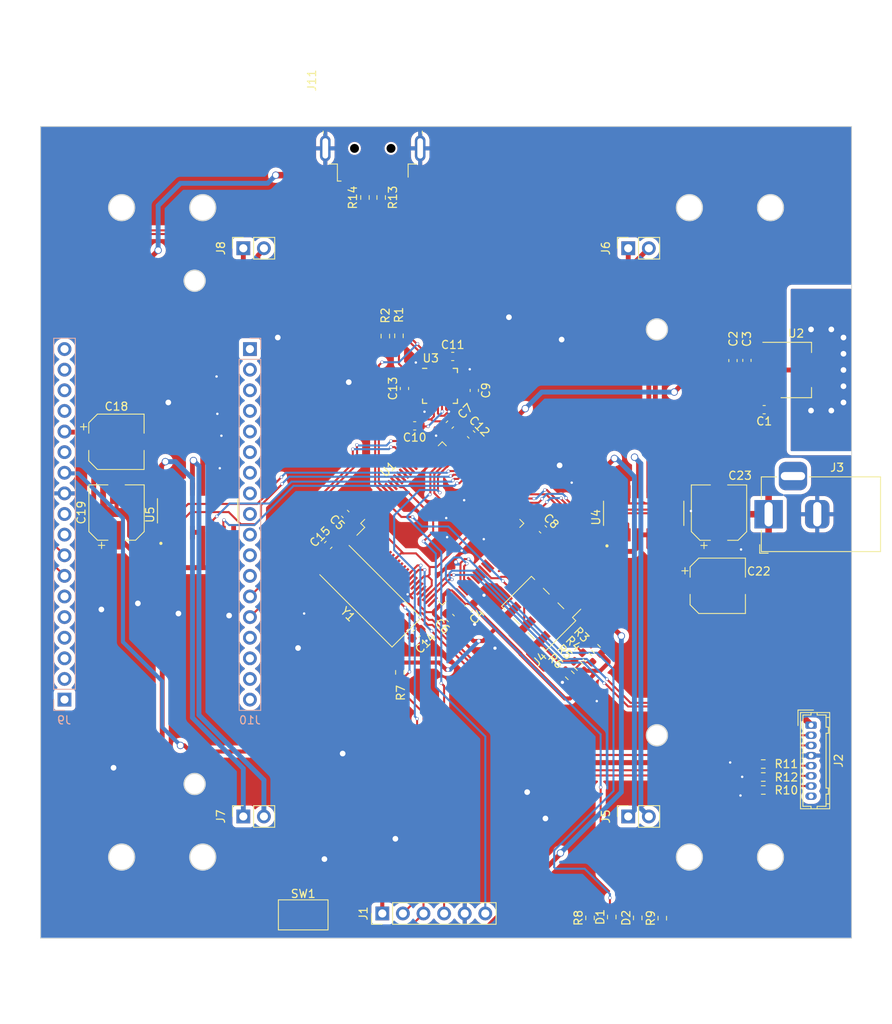
<source format=kicad_pcb>
(kicad_pcb (version 20221018) (generator pcbnew)
  (layers (0 "F.Cu" signal) (31 "B.Cu" signal) (34 "B.Paste" user) (35 "F.Paste" user) (36 "B.SilkS" user "B.Silkscreen") (37 "F.SilkS" user "F.Silkscreen") (38 "B.Mask" user) (39 "F.Mask" user) (44 "Edge.Cuts" user))
  (net 0 "")
  (net 60 "GND")
  (net 61 "M_SCTR")
  (net 62 "DEV_EN")
  (net 63 "M_EN")
  (net 65 "+5V")
  (net 66 "+3V3")
  (net 67 "Net-(U3-REGOUT)")
  (net 68 "Net-(U3-CPOUT)")
  (net 69 "BOOT1")
  (net 70 "I2C_SCL")
  (net 71 "I2C_SDA")
  (net 72 "BOOT0")
  (net 79 "MPU_IRQ")
  (net 87 "PH1")
  (net 88 "PH0")
  (net 89 "PA13-SWDIO")
  (net 90 "RESET")
  (net 91 "PA14-SWCLK")
  (net 92 "PB3-SWO")
  (net 93 "Net-(J4-Pin_1)")
  (net 94 "Net-(J4-Pin_2)")
  (net 95 "Net-(J4-Pin_5)")
  (net 96 "Net-(J4-Pin_6)")
  (net 97 "Net-(D1-K)")
  (net 98 "Net-(D1-A)")
  (net 99 "Net-(D2-K)")
  (net 100 "Net-(D2-A)")
  (net 101 "MOTOR_4_B")
  (net 102 "MOTOR_4_A")
  (net 103 "MOTOR_3_B")
  (net 104 "MOTOR_3_A")
  (net 105 "MOTOR_2_B")
  (net 106 "MOTOR_2_A")
  (net 107 "MOTOR_1_B")
  (net 108 "MOTOR_1_A")
  (net 109 "Net-(J5-Pin_1)")
  (net 110 "Net-(J5-Pin_2)")
  (net 111 "Net-(J6-Pin_1)")
  (net 112 "Net-(J6-Pin_2)")
  (net 113 "Net-(J7-Pin_1)")
  (net 114 "Net-(J7-Pin_2)")
  (net 115 "Net-(J8-Pin_1)")
  (net 116 "Net-(J8-Pin_2)")
  (net 117 "UART4_RX")
  (net 118 "UART4_TX")
  (net 127 "USB_DP")
  (net 128 "USB_DM")
  (net 148 "UART5_RX")
  (net 149 "UART5_TX")
  (net 154 "Net-(J11-D-)")
  (net 155 "Net-(J11-D+)")
  (footprint "Capacitor_SMD:C_0603_1608Metric" (layer "F.Cu") (at 96.13 86.88 180)
    (fp_text reference "C10")
    (fp_text value "C")
  )
  (footprint "Resistor_SMD:R_0603_1608Metric" (layer "F.Cu") (at 123.63 147.5 90)
    (fp_text reference "D2")
    (fp_text value "LED_Small")
  )
  (footprint "Resistor_SMD:R_0603_1608Metric" (layer "F.Cu") (at 118.497462 114.349447 135)
    (fp_text reference "R3")
    (fp_text value "10k")
  )
  (footprint "Capacitor_SMD:CP_Elec_6.3x4.9" (layer "F.Cu") (at 59.370176 97.558594 90)
    (fp_text reference "C19")
    (fp_text value "C_Polarized_Small")
  )
  (footprint "Resistor_SMD:R_0603_1608Metric" (layer "F.Cu") (at 120.43 147.39 90)
    (fp_text reference "D1")
    (fp_text value "LED_Small")
  )
  (footprint "Resistor_SMD:R_0603_1608Metric" (layer "F.Cu") (at 139.11 130.139376 180)
    (fp_text reference "R12")
    (fp_text value "10K")
  )
  (footprint "Capacitor_SMD:CP_Elec_6.3x4.9" (layer "F.Cu") (at 133.500806 106.584633)
    (fp_text reference "C22")
    (fp_text value "C_Polarized_Small")
  )
  (footprint "Capacitor_SMD:C_0603_1608Metric" (layer "F.Cu") (at 135.373803 78.840107 90)
    (fp_text reference "C2")
    (fp_text value "1uf")
  )
  (footprint "Connector_PinHeader_2.54mm:PinHeader_1x06_P2.54mm_Vertical" (layer "F.Cu") (at 92.137514 146.949922 90)
    (fp_text reference "J1")
    (fp_text value "Conn_ARM_SWD_TagConnect_TC2030")
  )
  (footprint "Capacitor_SMD:CP_Elec_6.3x4.9" (layer "F.Cu") (at 133.652318 97.569907 90)
    (fp_text reference "C23")
    (fp_text value "C_Polarized_Small")
  )
  (footprint "Resistor_SMD:R_0603_1608Metric" (layer "F.Cu") (at 126.66 147.53 90)
    (fp_text reference "R9")
    (fp_text value "2k")
  )
  (footprint "Connector_PinHeader_2.54mm:PinHeader_2x03_P2.54mm_Vertical_SMD" (layer "F.Cu") (at 111.418504 109.989393 -135)
    (fp_text reference "J4")
    (fp_text value "Conn_02x03_Odd_Even")
  )
  (footprint "Resistor_SMD:R_0603_1608Metric" (layer "F.Cu") (at 139.115 131.74 180)
    (fp_text reference "R10")
    (fp_text value "10K")
  )
  (footprint "Resistor_SMD:R_0603_1608Metric" (layer "F.Cu") (at 117.416637 115.416637 -45)
    (fp_text reference "R4")
    (fp_text value "10k")
  )
  (footprint "Capacitor_SMD:C_0603_1608Metric" (layer "F.Cu") (at 103.48 82.52 -90)
    (fp_text reference "C9")
    (fp_text value "C")
  )
  (footprint "Crystal:Crystal_SMD_HC49-SD" (layer "F.Cu") (at 90.404302 107.586461 135)
    (fp_text reference "Y1")
    (fp_text value "Crystal")
  )
  (footprint "Capacitor_SMD:C_0603_1608Metric" (layer "F.Cu") (at 85.474623 101.559746 45)
    (fp_text reference "C15")
    (fp_text value "0.1uF")
  )
  (footprint "Connector_PinSocket_2.54mm:PinSocket_1x02_P2.54mm_Vertical" (layer "F.Cu") (at 75 135 90)
    (fp_text reference "J7")
    (fp_text value "Conn_01x02")
  )
  (footprint "Capacitor_SMD:C_0603_1608Metric" (layer "F.Cu") (at 100.548008 110.548008 135)
    (fp_text reference "C6")
    (fp_text value "1 uf")
  )
  (footprint "Button_Switch_SMD:SW_SPST_CK_RS282G05A3" (layer "F.Cu") (at 82.38515 147.124153)
    (fp_text reference "SW1")
    (fp_text value "SW_SPST")
  )
  (footprint "Capacitor_SMD:C_0603_1608Metric" (layer "F.Cu") (at 96.362218 112.497901 45)
    (fp_text reference "C14")
    (fp_text value "0.1uF")
  )
  (footprint "Resistor_SMD:R_0603_1608Metric" (layer "F.Cu") (at 117.75 147.5 90)
    (fp_text reference "R8")
    (fp_text value "2k")
  )
  (footprint "Capacitor_SMD:C_0603_1608Metric" (layer "F.Cu") (at 94.87 82.28 90)
    (fp_text reference "C13")
    (fp_text value "1 uf")
  )
  (footprint "Resistor_SMD:R_0603_1608Metric" (layer "F.Cu") (at 116.376142 116.470767 -45)
    (fp_text reference "R5")
    (fp_text value "10k")
  )
  (footprint "Capacitor_SMD:C_0603_1608Metric" (layer "F.Cu") (at 111.946147 99.62688 -45)
    (fp_text reference "C8")
    (fp_text value "1 uf")
  )
  (footprint "Capacitor_SMD:C_0603_1608Metric" (layer "F.Cu") (at 102.809299 109.361928 -135)
    (fp_text reference "C4")
    (fp_text value "1 uf")
  )
  (footprint "Resistor_SMD:R_0603_1608Metric" (layer "F.Cu") (at 92 58.75 -90)
    (fp_text reference "R13")
    (fp_text value "10K")
  )
  (footprint "Connector_BarrelJack:BarrelJack_Horizontal" (layer "F.Cu") (at 139.768088 97.767345 180)
    (fp_text reference "J3")
    (fp_text value "Jack-DC")
  )
  (footprint "Capacitor_SMD:C_0603_1608Metric" (layer "F.Cu") (at 137.094748 78.817201 90)
    (fp_text reference "C3")
    (fp_text value "10 uf")
  )
  (footprint "Capacitor_SMD:C_0603_1608Metric" (layer "F.Cu") (at 100.46536 86.737957 -135)
    (fp_text reference "C7")
    (fp_text value "1 uf")
  )
  (footprint "Capacitor_SMD:C_0603_1608Metric" (layer "F.Cu") (at 87.573694 97.7402 135)
    (fp_text reference "C5")
    (fp_text value "1 uf")
  )
  (footprint "Capacitor_SMD:CP_Elec_6.3x4.9" (layer "F.Cu") (at 59.356719 88.845824)
    (fp_text reference "C18")
    (fp_text value "C_Polarized_Small")
  )
  (footprint "Capacitor_SMD:C_0603_1608Metric" (layer "F.Cu") (at 100.82 78.33)
    (fp_text reference "C11")
    (fp_text value "C")
  )
  (footprint "Capacitor_SMD:C_0603_1608Metric" (layer "F.Cu") (at 103.093353 87.936242 -45)
    (fp_text reference "C12")
    (fp_text value "1 uf")
  )
  (footprint "Connector_USB:USB_A_Molex_48037-2200_Horizontal" (layer "F.Cu") (at 90.96 44.325 90)
    (fp_text reference "J11")
    (fp_text value "USB_A")
  )
  (footprint "MX1508:SOIC127P600X177-16N" (layer "F.Cu") (at 124.365 97.655 90)
    (fp_text reference "U4")
    (fp_text value "MX1508")
  )
  (footprint "Resistor_SMD:R_0603_1608Metric" (layer "F.Cu") (at 115.256485 117.605727 135)
    (fp_text reference "R6")
    (fp_text value "10k")
  )
  (footprint "Connector_PinSocket_2.54mm:PinSocket_1x02_P2.54mm_Vertical" (layer "F.Cu") (at 122.46 135 90)
    (fp_text reference "J5")
    (fp_text value "Conn_01x02")
  )
  (footprint "Resistor_SMD:R_0603_1608Metric" (layer "F.Cu") (at 90 58.75 -90)
    (fp_text reference "R14")
    (fp_text value "10K")
  )
  (footprint "Capacitor_SMD:C_0603_1608Metric" (layer "F.Cu") (at 139.220598 84.888971 180)
    (fp_text reference "C1")
    (fp_text value "1 uf")
  )
  (footprint "Resistor_SMD:R_0603_1608Metric" (layer "F.Cu") (at 92.51 75.825 90)
    (fp_text reference "R2")
    (fp_text value "R_Small")
  )
  (footprint "Package_QFP:LQFP-100_14x14mm_P0.5mm" (layer "F.Cu") (at 99.53 98.895 45)
    (fp_text reference "U1")
    (fp_text value "STM32F429VETx")
  )
  (footprint "Package_TO_SOT_SMD:SOT-223-3_TabPin2" (layer "F.Cu") (at 143.15 80)
    (fp_text reference "U2")
    (fp_text value "LM317-3.3_SOT-223")
  )
  (footprint "Connector_PinSocket_2.54mm:PinSocket_1x02_P2.54mm_Vertical" (layer "F.Cu") (at 75 65 90)
    (fp_text reference "J8")
    (fp_text value "Conn_01x02")
  )
  (footprint "Sensor_Motion:InvenSense_QFN-24_4x4mm_P0.5mm" (layer "F.Cu") (at 99.25 81.95)
    (fp_text reference "U3")
    (fp_text value "MPU-6050")
  )
  (footprint "MX1508:SOIC127P600X177-16N" (layer "F.Cu") (at 69.365 97.345 90)
    (fp_text reference "U5")
    (fp_text value "MX1508")
  )
  (footprint "Connector_Hirose:Hirose_DF13-08P-1.25DSA_1x08_P1.25mm_Vertical" (layer "F.Cu") (at 145 123.75 -90)
    (fp_text reference "J2")
    (fp_text value "YLIDAR X4")
  )
  (footprint "Resistor_SMD:R_0603_1608Metric" (layer "F.Cu") (at 139.11 128.54 180)
    (fp_text reference "R11")
    (fp_text value "10K")
  )
  (footprint "Resistor_SMD:R_0603_1608Metric" (layer "F.Cu") (at 94.19 75.79 90)
    (fp_text reference "R1")
    (fp_text value "R_Small")
  )
  (footprint "Resistor_SMD:R_0603_1608Metric" (layer "F.Cu") (at 94.3 117.25 90)
    (fp_text reference "R7")
    (fp_text value "10k")
  )
  (footprint "Connector_PinSocket_2.54mm:PinSocket_1x02_P2.54mm_Vertical" (layer "F.Cu") (at 122.46 65 90)
    (fp_text reference "J6")
    (fp_text value "Conn_01x02")
  )
  (footprint "Connector_PinHeader_2.54mm:PinHeader_1x18_P2.54mm_Vertical" (layer "B.Cu") (at 75.81482 77.420435 180)
    (fp_text reference "J10")
    (fp_text value "Conn_01x18")
  )
  (footprint "Connector_PinHeader_2.54mm:PinHeader_1x18_P2.54mm_Vertical" (layer "B.Cu") (at 52.95482 120.600435)
    (fp_text reference "J9")
    (fp_text value "Conn_01x18")
  )
  (gr_circle (center 60 60) (end 61.6 60) (stroke (width 0.15)) (fill none) (layer "Edge.Cuts"))
  (gr_line (start 50 50) (end 150 50) (stroke (width 0.1)) (layer "Edge.Cuts"))
  (gr_circle (center 69 69) (end 70.3 69) (stroke (width 0.15)) (fill none) (layer "Edge.Cuts"))
  (gr_circle (center 130 140) (end 131.6 140) (stroke (width 0.15)) (fill none) (layer "Edge.Cuts"))
  (gr_circle (center 70 140) (end 71.6 140) (stroke (width 0.15)) (fill none) (layer "Edge.Cuts"))
  (gr_circle (center 60 140) (end 61.6 140) (stroke (width 0.15)) (fill none) (layer "Edge.Cuts"))
  (gr_circle (center 126 75) (end 127.3 75) (stroke (width 0.15)) (fill none) (layer "Edge.Cuts"))
  (gr_line (start 150 150) (end 50 150) (stroke (width 0.1)) (layer "Edge.Cuts"))
  (gr_line (start 150 50) (end 150 150) (stroke (width 0.1)) (layer "Edge.Cuts"))
  (gr_circle (center 140 60) (end 141.6 60) (stroke (width 0.15)) (fill none) (layer "Edge.Cuts"))
  (gr_line (start 50 150) (end 50 50) (stroke (width 0.1)) (layer "Edge.Cuts"))
  (gr_circle (center 70 60) (end 71.6 60) (stroke (width 0.15)) (fill none) (layer "Edge.Cuts"))
  (gr_circle (center 140 140) (end 141.6 140) (stroke (width 0.15)) (fill none) (layer "Edge.Cuts"))
  (gr_circle (center 69 131) (end 70.3 131) (stroke (width 0.15)) (fill none) (layer "Edge.Cuts"))
  (gr_circle (center 130 60) (end 131.6 60) (stroke (width 0.15)) (fill none) (layer "Edge.Cuts"))
  (gr_circle (center 126 125) (end 127.3 125) (stroke (width 0.15)) (fill none) (layer "Edge.Cuts"))
  (segment (start 118 116) (end 116.72 116) (width 0.25) (layer "F.Cu") (net 60))
  (segment (start 97.3 80.7) (end 95.72 79.12) (width 0.25) (layer "F.Cu") (net 60))
  (segment (start 100.065 84.892537) (end 100.35 85.13) (width 0.25) (layer "F.Cu") (net 60))
  (segment (start 100 83.9) (end 100 84.827537) (width 0.25) (layer "F.Cu") (net 60))
  (segment (start 95.72 79.12) (end 95.72 77.94) (width 0.25) (layer "F.Cu") (net 60))
  (segment (start 100.35 85.13) (end 100.065 85.335) (width 0.25) (layer "F.Cu") (net 60))
  (segment (start 99 85.36) (end 99.275 85.635) (width 0.25) (layer "F.Cu") (net 60))
  (segment (start 102.171227 110) (end 102.261291 109.909936) (width 0.25) (layer "F.Cu") (net 60))
  (segment (start 93.042295 103.261384) (end 92.430163 103.873516) (width 0.25) (layer "F.Cu") (net 60))
  (segment (start 101.067957 108.211132) (end 102.261291 109.404466) (width 0.25) (layer "F.Cu") (net 60))
  (segment (start 102.162575 88.48425) (end 103.641361 88.48425) (width 0.25) (layer "F.Cu") (net 60))
  (segment (start 96.577829 106.796918) (end 95.744747 107.63) (width 0.25) (layer "F.Cu") (net 60))
  (segment (start 101.067957 89.578868) (end 102.162575 88.48425) (width 0.25) (layer "F.Cu") (net 60))
  (segment (start 116.72 116) (end 115.839848 116.880152) (width 0.25) (layer "F.Cu") (net 60))
  (segment (start 90.863516 103.873516) (end 90.57 103.58) (width 0.25) (layer "F.Cu") (net 60))
  (segment (start 99.275 85.635) (end 99.765 85.635) (width 0.25) (layer "F.Cu") (net 60))
  (segment (start 100.065 85.335) (end 99.79 85.61) (width 0.25) (layer "F.Cu") (net 60))
  (segment (start 100 84.827537) (end 100.065 84.892537) (width 0.25) (layer "F.Cu") (net 60))
  (segment (start 115.839848 116.880152) (end 115.839848 118.18909) (width 0.25) (layer "F.Cu") (net 60))
  (segment (start 99 83.9) (end 99 85.36) (width 0.25) (layer "F.Cu") (net 60))
  (segment (start 102.261291 109.404466) (end 102.261291 109.909936) (width 0.25) (layer "F.Cu") (net 60))
  (segment (start 99.765 85.635) (end 99.79 85.61) (width 0.25) (layer "F.Cu") (net 60))
  (segment (start 92.430163 103.873516) (end 90.863516 103.873516) (width 0.25) (layer "F.Cu") (net 60))
  (segment (start 99.79 85.61) (end 99.78 85.61) (width 0.25) (layer "F.Cu") (net 60))
  (segment (start 95.744747 107.63) (end 95.26 107.63) (width 0.25) (layer "F.Cu") (net 60))
  (segment (start 100 110) (end 102.171227 110) (width 0.25) (layer "F.Cu") (net 60))
  (via (at 118.58 120.79) (size 0.4) (drill 0.3) (layers "F.Cu" "B.Cu") (net 60))
  (via (at 87.25 127.25) (size 0.9) (drill 0.7) (layers "F.Cu" "B.Cu") (net 60))
  (via (at 135.03 128.35) (size 0.4) (drill 0.3) (layers "F.Cu" "B.Cu") (net 60))
  (via (at 85 140.25) (size 0.9) (drill 0.7) (layers "F.Cu" "B.Cu") (net 60))
  (via (at 104.6755 107.75) (size 0.5) (drill 0.4) (layers "F.Cu" "B.Cu") (net 60))
  (via (at 136.3 132.42) (size 0.4) (drill 0.3) (layers "F.Cu" "B.Cu") (net 60))
  (via (at 114 91.75) (size 0.9) (drill 0.7) (layers "F.Cu" "B.Cu") (net 60))
  (via (at 110 132) (size 0.9) (drill 0.7) (layers "F.Cu" "B.Cu") (net 60))
  (via (at 101.21 103.67) (size 0.5) (drill 0.4) (layers "F.Cu" "B.Cu") (net 60))
  (via (at 104.65 100.84) (size 0.4) (drill 0.3) (layers "F.Cu" "B.Cu") (net 60))
  (via (at 97.58 113.36) (size 0.4) (drill 0.3) (layers "F.Cu" "B.Cu") (net 60))
  (via (at 82.5 110) (size 0.4) (drill 0.3) (layers "F.Cu" "B.Cu") (net 60))
  (via (at 106.03 114.27) (size 0.5) (drill 0.4) (layers "F.Cu" "B.Cu") (net 60))
  (via (at 98.77 88.09) (size 0.4) (drill 0.3) (layers "F.Cu" "B.Cu") (net 60))
  (via (at 59 129) (size 0.9) (drill 0.7) (layers "F.Cu" "B.Cu") (net 60))
  (via (at 88 81.5) (size 0.9) (drill 0.7) (layers "F.Cu" "B.Cu") (net 60))
  (via (at 114.34 118.48) (size 0.5) (drill 0.4) (layers "F.Cu" "B.Cu") (net 60))
  (via (at 93.75 137.75) (size 0.9) (drill 0.7) (layers "F.Cu" "B.Cu") (net 60))
  (via (at 95.26 107.63) (size 0.4) (drill 0.3) (layers "F.Cu" "B.Cu") (net 60))
  (via (at 73.25 110.25) (size 0.9) (drill 0.7) (layers "F.Cu" "B.Cu") (net 60))
  (via (at 57.5 109.5) (size 0.9) (drill 0.7) (layers "F.Cu" "B.Cu") (net 60))
  (via (at 130.19 97.37) (size 0.4) (drill 0.3) (layers "F.Cu" "B.Cu") (net 60))
  (via (at 103.52 111.33) (size 0.5) (drill 0.4) (layers "F.Cu" "B.Cu") (net 60))
  (via (at 107.75 73.5) (size 0.9) (drill 0.7) (layers "F.Cu" "B.Cu") (net 60))
  (via (at 97.34 85.14) (size 0.4) (drill 0.3) (layers "F.Cu" "B.Cu") (net 60))
  (via (at 101.93 102.25) (size 0.4) (drill 0.3) (layers "F.Cu" "B.Cu") (net 60))
  (via (at 100.35 85.13) (size 0.4) (drill 0.3) (layers "F.Cu" "B.Cu") (net 60))
  (via (at 81.75 114.25) (size 0.9) (drill 0.7) (layers "F.Cu" "B.Cu") (net 60))
  (via (at 79.25 76) (size 0.9) (drill 0.7) (layers "F.Cu" "B.Cu") (net 60))
  (via (at 114.25 76.25) (size 0.9) (drill 0.7) (layers "F.Cu" "B.Cu") (net 60))
  (via (at 96.27 79.08) (size 0.4) (drill 0.3) (layers "F.Cu" "B.Cu") (net 60))
  (via (at 115.49 93.88) (size 0.4) (drill 0.3) (layers "F.Cu" "B.Cu") (net 60))
  (via (at 102.92 79.91) (size 0.4) (drill 0.3) (layers "F.Cu" "B.Cu") (net 60))
  (via (at 65.75 84) (size 0.9) (drill 0.7) (layers "F.Cu" "B.Cu") (net 60))
  (via (at 136.37 102.11) (size 0.4) (drill 0.3) (layers "F.Cu" "B.Cu") (net 60))
  (via (at 136.51 130.12) (size 0.4) (drill 0.3) (layers "F.Cu" "B.Cu") (net 60))
  (via (at 102.23 96.04) (size 0.4) (drill 0.3) (layers "F.Cu" "B.Cu") (net 60))
  (via (at 72.3 88.1) (size 0.4) (drill 0.3) (layers "F.Cu" "B.Cu") (net 60))
  (via (at 71.7 80.8) (size 0.4) (drill 0.3) (layers "F.Cu" "B.Cu") (net 60))
  (via (at 72.1 92.1) (size 0.4) (drill 0.3) (layers "F.Cu" "B.Cu") (net 60))
  (via (at 100.13 100.59) (size 0.4) (drill 0.3) (layers "F.Cu" "B.Cu") (net 60))
  (via (at 62 108.75) (size 0.9) (drill 0.7) (layers "F.Cu" "B.Cu") (net 60))
  (via (at 100.02 98.24) (size 0.4) (drill 0.3) (layers "F.Cu" "B.Cu") (net 60))
  (via (at 112.25 135.25) (size 0.9) (drill 0.7) (layers "F.Cu" "B.Cu") (net 60))
  (via (at 67 110) (size 0.9) (drill 0.7) (layers "F.Cu" "B.Cu") (net 60))
  (via (at 71.8 85.4) (size 0.4) (drill 0.3) (layers "F.Cu" "B.Cu") (net 60))
  (segment (start 98.32464 110.78) (end 114.97464 127.43) (width 0.25) (layer "F.Cu") (net 61))
  (segment (start 96.602537 109.955) (end 97.037463 109.955) (width 0.25) (layer "F.Cu") (net 61))
  (segment (start 138.825 127.43) (end 139.935 128.54) (width 0.25) (layer "F.Cu") (net 61))
  (segment (start 94.810062 105.029151) (end 94.197931 105.641282) (width 0.25) (layer "F.Cu") (net 61))
  (segment (start 94.21 107.562463) (end 96.602537 109.955) (width 0.25) (layer "F.Cu") (net 61))
  (segment (start 140.145 128.75) (end 139.935 128.54) (width 0.25) (layer "F.Cu") (net 61))
  (segment (start 114.97464 127.43) (end 138.825 127.43) (width 0.25) (layer "F.Cu") (net 61))
  (segment (start 97.037463 109.955) (end 97.862463 110.78) (width 0.25) (layer "F.Cu") (net 61))
  (segment (start 94.21 106.020079) (end 94.21 107.562463) (width 0.25) (layer "F.Cu") (net 61))
  (segment (start 97.862463 110.78) (end 98.32464 110.78) (width 0.25) (layer "F.Cu") (net 61))
  (segment (start 94.197931 105.641282) (end 94.197931 106.00801) (width 0.25) (layer "F.Cu") (net 61))
  (segment (start 94.197931 106.00801) (end 94.21 106.020079) (width 0.25) (layer "F.Cu") (net 61))
  (segment (start 145 128.75) (end 140.145 128.75) (width 0.25) (layer "F.Cu") (net 61))
  (segment (start 140.074376 130) (end 139.935 130.139376) (width 0.25) (layer "F.Cu") (net 62))
  (segment (start 96.82 110.48) (end 97.74 111.4) (width 0.25) (layer "F.Cu") (net 62))
  (segment (start 145 130) (end 140.074376 130) (width 0.25) (layer "F.Cu") (net 62))
  (segment (start 137.35 129.31) (end 137.38 129.34) (width 0.25) (layer "F.Cu") (net 62))
  (segment (start 98.308244 111.4) (end 116.218244 129.31) (width 0.25) (layer "F.Cu") (net 62))
  (segment (start 139.135624 129.34) (end 139.935 130.139376) (width 0.25) (layer "F.Cu") (net 62))
  (segment (start 96.476321 104.07) (end 95.163616 105.382705) (width 0.25) (layer "F.Cu") (net 62))
  (segment (start 97.74 111.4) (end 98.308244 111.4) (width 0.25) (layer "F.Cu") (net 62))
  (segment (start 137.38 129.34) (end 139.135624 129.34) (width 0.25) (layer "F.Cu") (net 62))
  (segment (start 116.218244 129.31) (end 137.35 129.31) (width 0.25) (layer "F.Cu") (net 62))
  (segment (start 96.88 104.07) (end 96.476321 104.07) (width 0.25) (layer "F.Cu") (net 62))
  (via (at 96.88 104.07) (size 0.4) (drill 0.3) (layers "F.Cu" "B.Cu") (net 62))
  (via (at 96.82 110.48) (size 0.4) (drill 0.3) (layers "F.Cu" "B.Cu") (net 62))
  (segment (start 96.834122 110.465878) (end 96.82 110.48) (width 0.25) (layer "B.Cu") (net 62))
  (segment (start 96.834122 104.115878) (end 96.834122 110.465878) (width 0.25) (layer "B.Cu") (net 62))
  (segment (start 96.88 104.07) (end 96.834122 104.115878) (width 0.25) (layer "B.Cu") (net 62))
  (segment (start 96.633427 104.62) (end 95.517169 105.736258) (width 0.25) (layer "F.Cu") (net 63))
  (segment (start 135.84 130.94) (end 139.14 130.94) (width 0.25) (layer "F.Cu") (net 63))
  (segment (start 134.85 129.95) (end 135.84 130.94) (width 0.25) (layer "F.Cu") (net 63))
  (segment (start 140.37 131.25) (end 139.94 131.68) (width 0.25) (layer "F.Cu") (net 63))
  (segment (start 116 129.95) (end 134.85 129.95) (width 0.25) (layer "F.Cu") (net 63))
  (segment (start 139.14 130.94) (end 139.94 131.74) (width 0.25) (layer "F.Cu") (net 63))
  (segment (start 97.358622 104.62) (end 96.633427 104.62) (width 0.25) (layer "F.Cu") (net 63))
  (segment (start 145 131.25) (end 140.37 131.25) (width 0.25) (layer "F.Cu") (net 63))
  (segment (start 98.21 112.16) (end 116 129.95) (width 0.25) (layer "F.Cu") (net 63))
  (via (at 98.21 112.16) (size 0.4) (drill 0.3) (layers "F.Cu" "B.Cu") (net 63))
  (via (at 97.358622 104.62) (size 0.4) (drill 0.3) (layers "F.Cu" "B.Cu") (net 63))
  (segment (start 97.359122 104.6205) (end 97.359122 111.309122) (width 0.25) (layer "B.Cu") (net 63))
  (segment (start 97.359122 111.309122) (end 98.21 112.16) (width 0.25) (layer "B.Cu") (net 63))
  (segment (start 97.358622 104.62) (end 97.359122 104.6205) (width 0.25) (layer "B.Cu") (net 63))
  (segment (start 72.3 104.35) (end 67.7 104.35) (width 0.6) (layer "F.Cu") (net 65))
  (segment (start 128.25 104.133827) (end 128.25 102.35) (width 0.6) (layer "F.Cu") (net 65))
  (segment (start 140 84.884569) (end 139.995598 84.888971) (width 0.8) (layer "F.Cu") (net 65))
  (segment (start 139.768088 97.767345) (end 136.25488 97.767345) (width 0.8) (layer "F.Cu") (net 65))
  (segment (start 55.055 87.655) (end 55.055 74.695) (width 0.6) (layer "F.Cu") (net 65))
  (segment (start 64.92 104.085) (end 65.185 104.35) (width 0.6) (layer "F.Cu") (net 65))
  (segment (start 73.81 100) (end 73.81 102.84) (width 0.6) (layer "F.Cu") (net 65))
  (segment (start 128.869907 100.369907) (end 128.81 100.31) (width 0.6) (layer "F.Cu") (net 65))
  (segment (start 119.92 100.31) (end 119.92 101.37) (width 0.6) (layer "F.Cu") (net 65))
  (segment (start 125 101.85) (end 125.5 102.35) (width 0.6) (layer "F.Cu") (net 65))
  (segment (start 68.73 100) (end 70 100) (width 0.6) (layer "F.Cu") (net 65))
  (segment (start 64.92 100) (end 64.92 104.085) (width 0.6) (layer "F.Cu") (net 65))
  (segment (start 139.768088 97.767345) (end 139.768088 85.116481) (width 0.8) (layer "F.Cu") (net 65))
  (segment (start 143.1 107.1) (end 139.768088 103.768088) (width 0.8) (layer "F.Cu") (net 65))
  (segment (start 125 100.31) (end 125 101.85) (width 0.6) (layer "F.Cu") (net 65))
  (segment (start 139.768088 103.768088) (end 139.768088 97.767345) (width 0.8) (layer "F.Cu") (net 65))
  (segment (start 65.185 104.35) (end 63.361582 104.35) (width 0.6) (layer "F.Cu") (net 65))
  (segment (start 119.92 100.31) (end 119.92 111.08) (width 0.6) (layer "F.Cu") (net 65))
  (segment (start 63.361582 104.35) (end 59.370176 100.358594) (width 0.6) (layer "F.Cu") (net 65))
  (segment (start 123.73 101.72) (end 123.73 100.31) (width 0.6) (layer "F.Cu") (net 65))
  (segment (start 140 82.3) (end 140 84.884569) (width 0.8) (layer "F.Cu") (net 65))
  (segment (start 73.3 149.385) (end 65 141.085) (width 0.6) (layer "F.Cu") (net 65))
  (segment (start 114.105 139.589978) (end 104.309978 149.385) (width 0.6) (layer "F.Cu") (net 65))
  (segment (start 70 104.2) (end 69.85 104.35) (width 0.6) (layer "F.Cu") (net 65))
  (segment (start 123.1 102.35) (end 123.73 101.72) (width 0.6) (layer "F.Cu") (net 65))
  (segment (start 55.055 74.695) (end 64.5 65.25) (width 0.6) (layer "F.Cu") (net 65))
  (segment (start 65 141.085) (end 65 104.35) (width 0.6) (layer "F.Cu") (net 65))
  (segment (start 143.1 121.85) (end 143.1 107.1) (width 0.8) (layer "F.Cu") (net 65))
  (segment (start 119.92 111.08) (end 121.61 112.77) (width 0.6) (layer "F.Cu") (net 65))
  (segment (start 68.73 100) (end 68.73 100.805) (width 0.6) (layer "F.Cu") (net 65))
  (segment (start 55.410895 87.7) (end 55.1 87.7) (width 0.6) (layer "F.Cu") (net 65))
  (segment (start 73.81 102.84) (end 72.3 104.35) (width 0.6) (layer "F.Cu") (net 65))
  (segment (start 128.81 101.79) (end 128.81 100.31) (width 0.6) (layer "F.Cu") (net 65))
  (segment (start 136.25488 97.767345) (end 133.652318 100.369907) (width 0.8) (layer "F.Cu") (net 65))
  (segment (start 55.1 87.7) (end 55.055 87.655) (width 0.6) (layer "F.Cu") (net 65))
  (segment (start 139.768088 85.116481) (end 139.995598 84.888971) (width 0.8) (layer "F.Cu") (net 65))
  (segment (start 120.9 102.35) (end 123.1 102.35) (width 0.6) (layer "F.Cu") (net 65))
  (segment (start 125 100.31) (end 123.73 100.31) (width 0.6) (layer "F.Cu") (net 65))
  (segment (start 86.76 56) (end 79 56) (width 0.8) (layer "F.Cu") (net 65))
  (segment (start 67.02 104.35) (end 65.185 104.35) (width 0.6) (layer "F.Cu") (net 65))
  (segment (start 119.92 101.37) (end 120.9 102.35) (width 0.6) (layer "F.Cu") (net 65))
  (segment (start 56.556719 88.845824) (end 55.410895 87.7) (width 0.6) (layer "F.Cu") (net 65))
  (segment (start 125.5 102.35) (end 128.25 102.35) (width 0.6) (layer "F.Cu") (net 65))
  (segment (start 56.556719 97.545137) (end 56.556719 88.845824) (width 0.6) (layer "F.Cu") (net 65))
  (segment (start 65 104.35) (end 67.02 104.35) (width 0.6) (layer "F.Cu") (net 65))
  (segment (start 59.370176 100.358594) (end 56.556719 97.545137) (width 0.6) (layer "F.Cu") (net 65))
  (segment (start 55.055 87.655) (end 53.14 87.655) (width 0.6) (layer "F.Cu") (net 65))
  (segment (start 114.105 139.505) (end 114.105 139.589978) (width 0.6) (layer "F.Cu") (net 65))
  (segment (start 133.652318 100.369907) (end 128.869907 100.369907) (width 0.6) (layer "F.Cu") (net 65))
  (segment (start 69.85 104.35) (end 67.7 104.35) (width 0.6) (layer "F.Cu") (net 65))
  (segment (start 104.309978 149.385) (end 73.3 149.385) (width 0.6) (layer "F.Cu") (net 65))
  (segment (start 70 100) (end 70 104.2) (width 0.6) (layer "F.Cu") (net 65))
  (segment (start 87.46 55.3) (end 86.76 56) (width 0.8) (layer "F.Cu") (net 65))
  (segment (start 130.700806 106.584633) (end 128.25 104.133827) (width 0.6) (layer "F.Cu") (net 65))
  (segment (start 128.25 102.35) (end 128.81 101.79) (width 0.6) (layer "F.Cu") (net 65))
  (segment (start 67.7 104.35) (end 67.02 104.35) (width 0.6) (layer "F.Cu") (net 65))
  (segment (start 145 123.75) (end 143.1 121.85) (width 0.8) (layer "F.Cu") (net 65))
  (via (at 79 56) (size 0.9) (drill 0.7) (layers "F.Cu" "B.Cu") (net 65))
  (via (at 64.5 65.25) (size 0.9) (drill 0.7) (layers "F.Cu" "B.Cu") (net 65))
  (via (at 114.105 139.505) (size 0.9) (drill 0.7) (layers "F.Cu" "B.Cu") (net 65))
  (via (at 121.61 112.77) (size 0.9) (drill 0.7) (layers "F.Cu" "B.Cu") (net 65))
  (segment (start 64.5 59.75) (end 67.25 57) (width 0.6) (layer "B.Cu") (net 65))
  (segment (start 78 57) (end 79 56) (width 0.6) (layer "B.Cu") (net 65))
  (segment (start 67.25 57) (end 78 57) (width 0.6) (layer "B.Cu") (net 65))
  (segment (start 114.105 139.505) (end 121.61 132) (width 0.6) (layer "B.Cu") (net 65))
  (segment (start 121.61 132) (end 121.61 112.77) (width 0.6) (layer "B.Cu") (net 65))
  (segment (start 64.5 65.25) (end 64.5 59.75) (width 0.6) (layer "B.Cu") (net 65))
  (segment (start 68.48 127) (end 77.14 127) (width 0.5) (layer "F.Cu") (net 66))
  (segment (start 96.1 81.825) (end 94.87 83.055) (width 0.25) (layer "F.Cu") (net 66))
  (segment (start 116.959505 117.05413) (end 118.147952 117.05413) (width 0.5) (layer "F.Cu") (net 66))
  (segment (start 135.373803 79.615107) (end 131.234893 79.615107) (width 0.6) (layer "F.Cu") (net 66))
  (segment (start 120.04 116.04) (end 120.04 115.891985) (width 0.5) (layer "F.Cu") (net 66))
  (segment (start 101.013368 85.276632) (end 101.48 84.81) (width 0.25) (layer "F.Cu") (net 66))
  (segment (start 88.121702 98.288208) (end 89.282703 98.288208) (width 0.25) (layer "F.Cu") (net 66))
  (segment (start 101.013368 86.189949) (end 101.34706 86.189949) (width 0.25) (layer "F.Cu") (net 66))
  (segment (start 109.199685 100.079404) (end 110.397607 100.079404) (width 0.25) (layer "F.Cu") (net 66))
  (segment (start 118.147952 117.05413) (end 119.02587 117.05413) (width 0.5) (layer "F.Cu") (net 66))
  (segment (start 100.017186 116.916425) (end 99.140761 116.04) (width 0.5) (layer "F.Cu") (net 66))
  (segment (start 120.04 115.891985) (end 119.080825 114.93281) (width 0.5) (layer "F.Cu") (net 66))
  (segment (start 103.245 99.867463) (end 103.245 99.885) (width 0.25) (layer "F.Cu") (net 66))
  (segment (start 67.73 126.25) (end 68.48 127) (width 0.5) (layer "F.Cu") (net 66))
  (segment (start 101.013368 86.189949) (end 101.013368 85.276632) (width 0.25) (layer "F.Cu") (net 66))
  (segment (start 103.652728 99.467272) (end 108.587553 99.467272) (width 0.25) (layer "F.Cu") (net 66))
  (segment (start 99.140761 116.04) (end 94.685 116.04) (width 0.5) (layer "F.Cu") (net 66))
  (segment (start 100.219069 116.916425) (end 100.017186 116.916425) (width 0.5) (layer "F.Cu") (net 66))
  (segment (start 94.79 102.59) (end 96.29 102.59) (width 0.25) (layer "F.Cu") (net 66))
  (segment (start 135.373803 79.615107) (end 137.071842 79.615107) (width 0.6) (layer "F.Cu") (net 66))
  (segment (start 98.23 106.558961) (end 98.23 105.87) (width 0.25) (layer "F.Cu") (net 66))
  (segment (start 103.973579 85.96) (end 102.545345 87.388234) (width 0.6) (layer "F.Cu") (net 66))
  (segment (start 101.096016 111.096016) (end 99.559188 111.096016) (width 0.5) (layer "F.Cu") (net 66))
  (segment (start 100.714404 89.225315) (end 100.714404 89.219175) (width 0.25) (layer "F.Cu") (net 66))
  (segment (start 77.14 127) (end 85.827514 118.312486) (width 0.5) (layer "F.Cu") (net 66))
  (segment (start 97.54943 109.830571) (end 98.293743 109.830571) (width 0.25) (layer "F.Cu") (net 66))
  (segment (start 94.19 76.615) (end 92.545 76.615) (width 0.25) (layer "F.Cu") (net 66))
  (segment (start 103.357307 109.117307) (end 106.085 111.845) (width 0.5) (layer "F.Cu") (net 66))
  (segment (start 100.714404 89.225315) (end 99.69 90.249719) (width 0.25) (layer "F.Cu") (net 66))
  (segment (start 94.19 79.25) (end 96.1 81.16) (width 0.25) (layer "F.Cu") (net 66))
  (segment (start 102.377853 108.81392) (end 103.357307 108.81392) (width 0.25) (layer "F.Cu") (net 66))
  (segment (start 89.282703 98.288208) (end 89.860315 97.710596) (width 0.25) (layer "F.Cu") (net 66))
  (segment (start 94.19 76.615) (end 94.19 79.25) (width 0.25) (layer "F.Cu") (net 66))
  (segment (start 101.34706 86.189949) (end 102.545345 87.388234) (width 0.25) (layer "F.Cu") (net 66))
  (segment (start 96.1 81.16) (end 96.1 81.825) (width 0.25) (layer "F.Cu") (net 66))
  (segment (start 97.75597 105.39597) (end 97.74194 105.41) (width 0.25) (layer "F.Cu") (net 66))
  (segment (start 94.420787 102.59) (end 94.79 102.59) (width 0.25) (layer "F.Cu") (net 66))
  (segment (start 103.48 83.295) (end 101.295 83.295) (width 0.25) (layer "F.Cu") (net 66))
  (segment (start 98.38 86.32) (end 100.883317 86.32) (width 0.25) (layer "F.Cu") (net 66))
  (segment (start 98.86 104.27) (end 103.245 99.885) (width 0.25) (layer "F.Cu") (net 66))
  (segment (start 110.397607 100.079404) (end 111.398139 99.078872) (width 0.25) (layer "F.Cu") (net 66))
  (segment (start 100.883317 86.32) (end 101.013368 86.189949) (width 0.25) (layer "F.Cu") (net 66))
  (segment (start 98.5 83.9) (end 98.5 85.72) (width 0.25) (layer "F.Cu") (net 66))
  (segment (start 94.685 116.04) (end 94.3 116.425) (width 0.5) (layer "F.Cu") (net 66))
  (segment (start 98.55 92.823317) (end 98.55 95.172463) (width 0.25) (layer "F.Cu") (net 66))
  (segment (start 98.51 110.046828) (end 98.51 109.74) (width 0.5) (layer "F.Cu") (net 66))
  (segment (start 94.025 116.425) (end 94.3 116.425) (width 0.5) (layer "F.Cu") (net 66))
  (segment (start 93.395849 103.614938) (end 94.420787 102.59) (width 0.25) (layer "F.Cu") (net 66))
  (segment (start 99.559188 111.096016) (end 98.51 110.046828) (width 0.5) (layer "F.Cu") (net 66))
  (segment (start 98.293743 109.830571) (end 98.51 110.046828) (width 0.25) (layer "F.Cu") (net 66))
  (segment (start 109.765 84.755) (end 108.56 85.96) (width 0.6) (layer "F.Cu") (net 66))
  (segment (start 92.545 76.615) (end 92.51 76.65) (width 0.25) (layer "F.Cu") (net 66))
  (segment (start 98.51 109.74) (end 99.623719 108.626281) (width 0.5) (layer "F.Cu") (net 66))
  (segment (start 67.25 126.25) (end 67.73 126.25) (width 0.5) (layer "F.Cu") (net 66))
  (segment (start 99.69 91.683317) (end 98.55 92.823317) (width 0.25) (layer "F.Cu") (net 66))
  (segment (start 85.827514 118.312486) (end 92.137514 118.312486) (width 0.5) (layer "F.Cu") (net 66))
  (segment (start 139.592201 79.592201) (end 140 80) (width 0.6) (layer "F.Cu") (net 66))
  (segment (start 103.245 99.885) (end 103.245 99.875) (width 0.25) (layer "F.Cu") (net 66))
  (segment (start 106.085 111.845) (end 109.18 114.94) (width 0.5) (layer "F.Cu") (net 66))
  (segment (start 137.094748 79.592201) (end 139.592201 79.592201) (width 0.6) (layer "F.Cu") (net 66))
  (segment (start 104.03 113.39) (end 104.54 113.39) (width 0.5) (layer "F.Cu") (net 66))
  (segment (start 92.137514 146.949922) (end 92.137514 118.312486) (width 0.5) (layer "F.Cu") (net 66))
  (segment (start 96.29 102.59) (end 97.97 104.27) (width 0.25) (layer "F.Cu") (net 66))
  (segment (start 100.714404 89.219175) (end 102.545345 87.388234) (width 0.25) (layer "F.Cu") (net 66))
  (segment (start 103.39 113.39) (end 104.03 113.39) (width 0.5) (layer "F.Cu") (net 66))
  (segment (start 119.02587 117.05413) (end 120.04 116.04) (width 0.5) (layer "F.Cu") (net 66))
  (segment (start 100.713933 107.15) (end 100.29 107.15) (width 0.25) (layer "F.Cu") (net 66))
  (segment (start 97.284936 107.504025) (end 98.23 106.558961) (width 0.25) (layer "F.Cu") (net 66))
  (segment (start 101.421511 107.857578) (end 100.713933 107.15) (width 0.25) (layer "F.Cu") (net 66))
  (segment (start 98.14 86.08) (end 98.38 86.32) (width 0.25) (layer "F.Cu") (net 66))
  (segment (start 94.87 84.33) (end 96.62 86.08) (width 0.25) (layer "F.Cu") (net 66))
  (segment (start 118.147952 117.592048) (end 118.147952 117.05413) (width 0.5) (layer "F.Cu") (net 66))
  (segment (start 97.97 104.27) (end 98.86 104.27) (width 0.25) (layer "F.Cu") (net 66))
  (segment (start 101.295 83.295) (end 101.2 83.2) (width 0.25) (layer "F.Cu") (net 66))
  (segment (start 94.739719 102.59) (end 94.79 102.59) (width 0.25) (layer "F.Cu") (net 66))
  (segment (start 137.071842 79.615107) (end 137.094748 79.592201) (width 0.6) (layer "F.Cu") (net 66))
  (segment (start 108.56 85.96) (end 103.973579 85.96) (width 0.6) (layer "F.Cu") (net 66))
  (segment (start 104.54 113.39) (end 106.085 111.845) (width 0.5) (layer "F.Cu") (net 66))
  (segment (start 97.97 104.27) (end 97.97 105.181941) (width 0.25) (layer "F.Cu") (net 66))
  (segment (start 131.234893 79.615107) (end 128.13 82.72) (width 0.6) (layer "F.Cu") (net 66))
  (segment (start 92.137514 118.312486) (end 94.025 116.425) (width 0.5) (layer "F.Cu") (net 66))
  (segment (start 115.27 120.47) (end 118.147952 117.592048) (width 0.5) (layer "F.Cu") (net 66))
  (segment (start 98.5 85.72) (end 98.14 86.08) (width 0.25) (layer "F.Cu") (net 66))
  (segment (start 97.74194 105.41) (end 97.257641 105.41) (width 0.25) (layer "F.Cu") (net 66))
  (segment (start 103.357307 108.81392) (end 103.357307 109.117307) (width 0.5) (layer "F.Cu") (net 66))
  (segment (start 94.87 83.055) (end 94.87 84.33) (width 0.25) (layer "F.Cu") (net 66))
  (segment (start 108.587553 99.467272) (end 109.199685 100.079404) (width 0.25) (layer "F.Cu") (net 66))
  (segment (start 99.623719 107.816281) (end 100.29 107.15) (width 0.5) (layer "F.Cu") (net 66))
  (segment (start 98.23 105.87) (end 97.75597 105.39597) (width 0.25) (layer "F.Cu") (net 66))
  (segment (start 97.284936 107.504025) (end 96.6 108.188961) (width 0.25) (layer "F.Cu") (net 66))
  (segment (start 97.257641 105.41) (end 96.224276 106.443365) (width 0.25) (layer "F.Cu") (net 66))
  (segment (start 114.656828 120.47) (end 115.27 120.47) (width 0.5) (layer "F.Cu") (net 66))
  (segment (start 97.97 105.181941) (end 97.75597 105.39597) (width 0.25) (layer "F.Cu") (net 66))
  (segment (start 98.55 95.172463) (end 103.245 99.867463) (width 0.25) (layer "F.Cu") (net 66))
  (segment (start 99.623719 108.626281) (end 99.623719 107.816281) (width 0.5) (layer "F.Cu") (net 66))
  (segment (start 101.421511 107.857578) (end 102.377853 108.81392) (width 0.25) (layer "F.Cu") (net 66))
  (segment (start 96.6 108.188961) (end 96.6 108.881141) (width 0.25) (layer "F.Cu") (net 66))
  (segment (start 146.3 80) (end 140 80) (width 0.6) (layer "F.Cu") (net 66))
  (segment (start 96.6 108.881141) (end 97.54943 109.830571) (width 0.25) (layer "F.Cu") (net 66))
  (segment (start 109.18 114.993172) (end 114.656828 120.47) (width 0.5) (layer "F.Cu") (net 66))
  (segment (start 109.18 114.94) (end 109.18 114.993172) (width 0.5) (layer "F.Cu") (net 66))
  (segment (start 101.48 83.48) (end 101.2 83.2) (width 0.25) (layer "F.Cu") (net 66))
  (segment (start 101.096016 111.096016) (end 103.39 113.39) (width 0.5) (layer "F.Cu") (net 66))
  (segment (start 103.245 99.875) (end 103.652728 99.467272) (width 0.25) (layer "F.Cu") (net 66))
  (segment (start 99.69 90.249719) (end 99.69 91.683317) (width 0.25) (layer "F.Cu") (net 66))
  (segment (start 89.860315 97.710596) (end 94.739719 102.59) (width 0.25) (layer "F.Cu") (net 66))
  (segment (start 101.48 84.81) (end 101.48 83.48) (width 0.25) (layer "F.Cu") (net 66))
  (segment (start 96.62 86.08) (end 98.14 86.08) (width 0.25) (layer "F.Cu") (net 66))
  (via (at 149 76) (size 0.9) (drill 0.7) (layers "F.Cu" "B.Cu") (net 66))
  (via (at 149 84) (size 0.9) (drill 0.7) (layers "F.Cu" "B.Cu") (net 66))
  (via (at 147.5 75) (size 0.9) (drill 0.7) (layers "F.Cu" "B.Cu") (net 66))
  (via (at 67.25 126.25) (size 0.9) (drill 0.7) (layers "F.Cu" "B.Cu") (net 66))
  (via (at 100.219069 116.916425) (size 0.5) (drill 0.4) (layers "F.Cu" "B.Cu") (net 66))
  (via (at 145 75) (size 0.9) (drill 0.7) (layers "F.Cu" "B.Cu") (net 66))
  (via (at 147.5 85) (size 0.9) (drill 0.7) (layers "F.Cu" "B.Cu") (net 66))
  (via (at 104.03 113.39) (size 0.5) (drill 0.4) (layers "F.Cu" "B.Cu") (net 66))
  (via (at 128.13 82.72) (size 0.9) (drill 0.7) (layers "F.Cu" "B.Cu") (net 66))
  (via (at 149 80) (size 0.9) (drill 0.7) (layers "F.Cu" "B.Cu") (net 66))
  (via (at 145 85) (size 0.9) (drill 0.7) (layers "F.Cu" "B.Cu") (net 66))
  (via (at 149 82) (size 0.9) (drill 0.7) (layers "F.Cu" "B.Cu") (net 66))
  (via (at 109.765 84.755) (size 0.9) (drill 0.7) (layers "F.Cu" "B.Cu") (net 66))
  (via (at 149 78) (size 0.9) (drill 0.7) (layers "F.Cu" "B.Cu") (net 66))
  (segment (start 60.16 113.5) (end 60.16 98.26) (width 0.5) (layer "B.Cu") (net 66))
  (segment (start 60.16 98.26) (end 54.635 92.735) (width 0.5) (layer "B.Cu") (net 66))
  (segment (start 65 118.34) (end 60.16 113.5) (width 0.5) (layer "B.Cu") (net 66))
  (segment (start 54.635 92.735) (end 53.14 92.735) (width 0.5) (layer "B.Cu") (net 66))
  (segment (start 67.25 126.25) (end 65 124) (width 0.5) (layer "B.Cu") (net 66))
  (segment (start 100.503575 116.916425) (end 104.03 113.39) (width 0.5) (layer "B.Cu") (net 66))
  (segment (start 65 124) (end 65 118.34) (width 0.5) (layer "B.Cu") (net 66))
  (segment (start 111.8 82.72) (end 128.13 82.72) (width 0.6) (layer "B.Cu") (net 66))
  (segment (start 100.219069 116.916425) (end 100.503575 116.916425) (width 0.5) (layer "B.Cu") (net 66))
  (segment (start 109.765 84.755) (end 111.8 82.72) (width 0.6) (layer "B.Cu") (net 66))
  (segment (start 99.5 85.07) (end 99.5 83.9) (width 0.25) (layer "F.Cu") (net 67))
  (segment (start 97.79 86.95) (end 96.975 86.95) (width 0.25) (layer "F.Cu") (net 67))
  (segment (start 99.54 85.11) (end 99.5 85.07) (width 0.25) (layer "F.Cu") (net 67))
  (segment (start 96.975 86.95) (end 96.905 86.88) (width 0.25) (layer "F.Cu") (net 67))
  (via (at 97.79 86.95) (size 0.4) (drill 0.3) (layers "F.Cu" "B.Cu") (net 67))
  (via (at 99.54 85.11) (size 0.4) (drill 0.3) (layers "F.Cu" "B.Cu") (net 67))
  (segment (start 99.54 85.11) (end 99.54 85.2) (width 0.25) (layer "B.Cu") (net 67))
  (segment (start 99.54 85.2) (end 97.79 86.95) (width 0.25) (layer "B.Cu") (net 67))
  (segment (start 100 80) (end 100 78.375) (width 0.25) (layer "F.Cu") (net 68))
  (segment (start 100 78.375) (end 100.045 78.33) (width 0.25) (layer "F.Cu") (net 68))
  (segment (start 108 106) (end 107.475 105.475) (width 0.25) (layer "F.Cu") (net 69))
  (segment (start 106.782537 105.475) (end 106.607537 105.65) (width 0.25) (layer "F.Cu") (net 69))
  (segment (start 106.607537 105.65) (end 105.577893 105.65) (width 0.25) (layer "F.Cu") (net 69))
  (segment (start 112.407897 109) (end 110.636396 109) (width 0.25) (layer "F.Cu") (net 69))
  (segment (start 105.577893 105.65) (end 104.603491 104.675598) (width 0.25) (layer "F.Cu") (net 69))
  (segment (start 110.636396 109) (end 108 106.363604) (width 0.25) (layer "F.Cu") (net 69))
  (segment (start 107.475 105.475) (end 106.782537 105.475) (width 0.25) (layer "F.Cu") (net 69))
  (segment (start 113.203949 108.203948) (end 112.407897 109) (width 0.25) (layer "F.Cu") (net 69))
  (segment (start 108 106.363604) (end 108 106) (width 0.25) (layer "F.Cu") (net 69))
  (segment (start 94.19 74.965) (end 94.571396 74.965) (width 0.25) (layer "F.Cu") (net 70))
  (segment (start 92.688742 94.882169) (end 91.71 93.903427) (width 0.25) (layer "F.Cu") (net 70))
  (segment (start 91.71 79.43) (end 92.1 79.04) (width 0.25) (layer "F.Cu") (net 70))
  (segment (start 94.571396 74.965) (end 98.5 78.893604) (width 0.25) (layer "F.Cu") (net 70))
  (segment (start 91.71 93.903427) (end 91.71 79.43) (width 0.25) (layer "F.Cu") (net 70))
  (segment (start 98.5 78.893604) (end 98.5 80) (width 0.25) (layer "F.Cu") (net 70))
  (via (at 92.1 79.04) (size 0.4) (drill 0.3) (layers "F.Cu" "B.Cu") (net 70))
  (via (at 96.475878 76.764122) (size 0.4) (drill 0.3) (layers "F.Cu" "B.Cu") (net 70))
  (segment (start 94.2 79.04) (end 96.475878 76.764122) (width 0.25) (layer "B.Cu") (net 70))
  (segment (start 92.1 79.04) (end 94.2 79.04) (width 0.25) (layer "B.Cu") (net 70))
  (segment (start 92.28 75) (end 92.51 75) (width 0.25) (layer "F.Cu") (net 71))
  (segment (start 91.26 76.02) (end 92.28 75) (width 0.25) (layer "F.Cu") (net 71))
  (segment (start 92.93 75) (end 93.76 75.83) (width 0.25) (layer "F.Cu") (net 71))
  (segment (start 92.335189 95.235722) (end 91.26 94.160533) (width 0.25) (layer "F.Cu") (net 71))
  (segment (start 93.76 75.83) (end 94.8 75.83) (width 0.25) (layer "F.Cu") (net 71))
  (segment (start 98 79.03) (end 98 80) (width 0.25) (layer "F.Cu") (net 71))
  (segment (start 91.26 94.160533) (end 91.26 76.02) (width 0.25) (layer "F.Cu") (net 71))
  (segment (start 94.8 75.83) (end 98 79.03) (width 0.25) (layer "F.Cu") (net 71))
  (segment (start 92.51 75) (end 92.93 75) (width 0.25) (layer "F.Cu") (net 71))
  (segment (start 109.633059 111.774838) (end 109.633059 108.633059) (width 0.25) (layer "F.Cu") (net 72))
  (segment (start 109.633059 108.633059) (end 107 106) (width 0.25) (layer "F.Cu") (net 72))
  (segment (start 95.865525 98.103768) (end 94.496127 98.103768) (width 0.25) (layer "F.Cu") (net 72))
  (segment (start 94.496127 98.103768) (end 91.981635 95.589276) (width 0.25) (layer "F.Cu") (net 72))
  (via (at 95.865525 98.103768) (size 0.4) (drill 0.3) (layers "F.Cu" "B.Cu") (net 72))
  (via (at 107 106) (size 0.4) (drill 0.3) (layers "F.Cu" "B.Cu") (net 72))
  (segment (start 95.865525 98.103768) (end 97.041757 99.28) (width 0.25) (layer "B.Cu") (net 72))
  (segment (start 100.28 99.28) (end 107 106) (width 0.25) (layer "B.Cu") (net 72))
  (segment (start 97.041757 99.28) (end 100.28 99.28) (width 0.25) (layer "B.Cu") (net 72))
  (segment (start 93.1 105.325) (end 93.1 110.282159) (width 0.25) (layer "F.Cu") (net 87))
  (segment (start 93.1 110.282159) (end 93.409506 110.591665) (width 0.25) (layer "F.Cu") (net 87))
  (segment (start 93.409506 110.641205) (end 93.409506 110.591665) (width 0.25) (layer "F.Cu") (net 87))
  (segment (start 94.102955 104.322045) (end 93.1 105.325) (width 0.25) (layer "F.Cu") (net 87))
  (segment (start 95.81421 113.045909) (end 93.409506 110.641205) (width 0.25) (layer "F.Cu") (net 87))
  (segment (start 93.136636 104.581257) (end 87.399098 104.581257) (width 0.25) (layer "F.Cu") (net 88))
  (segment (start 87.399098 104.580237) (end 87.399098 104.581257) (width 0.25) (layer "F.Cu") (net 88))
  (segment (start 84.926615 102.107754) (end 87.399098 104.580237) (width 0.25) (layer "F.Cu") (net 88))
  (segment (start 93.749402 103.968491) (end 93.136636 104.581257) (width 0.25) (layer "F.Cu") (net 88))
  (segment (start 99.23 95.11) (end 99 94.88) (width 0.25) (layer "F.Cu") (net 89))
  (segment (start 94.677514 146.949922) (end 96.43 145.197436) (width 0.25) (layer "F.Cu") (net 89))
  (segment (start 100.109951 91.951088) (end 101.775064 90.285975) (width 0.25) (layer "F.Cu") (net 89))
  (segment (start 99 94.88) (end 99 93.009713) (width 0.25) (layer "F.Cu") (net 89))
  (segment (start 100.058625 91.951088) (end 100.109951 91.951088) (width 0.25) (layer "F.Cu") (net 89))
  (segment (start 99 93.009713) (end 100.058625 91.951088) (width 0.25) (layer "F.Cu") (net 89))
  (segment (start 96.43 145.197436) (end 96.43 122.96) (width 0.25) (layer "F.Cu") (net 89))
  (via (at 96.43 122.96) (size 0.4) (drill 0.3) (layers "F.Cu" "B.Cu") (net 89))
  (via (at 99.23 95.11) (size 0.4) (drill 0.3) (layers "F.Cu" "B.Cu") (net 89))
  (segment (start 93.6 97.903604) (end 96.718604 94.785) (width 0.25) (layer "B.Cu") (net 89))
  (segment (start 96.14 104.73) (end 93.6 102.19) (width 0.25) (layer "B.Cu") (net 89))
  (segment (start 98.905 94.785) (end 99.23 95.11) (width 0.25) (layer "B.Cu") (net 89))
  (segment (start 96.718604 94.785) (end 98.905 94.785) (width 0.25) (layer "B.Cu") (net 89))
  (segment (start 93.6 102.19) (end 93.6 98.19) (width 0.25) (layer "B.Cu") (net 89))
  (segment (start 96.14 122.67) (end 96.14 104.73) (width 0.25) (layer "B.Cu") (net 89))
  (segment (start 96.43 122.96) (end 96.14 122.67) (width 0.25) (layer "B.Cu") (net 89))
  (segment (start 93.6 98.19) (end 93.6 97.903604) (width 0.25) (layer "B.Cu") (net 89))
  (segment (start 88.81 148.76) (end 95.41 148.76) (width 0.25) (layer "F.Cu") (net 90))
  (segment (start 94.3 119.34) (end 94.3 118.075) (width 0.25) (layer "F.Cu") (net 90))
  (segment (start 93.66 107.98) (end 93.66 105.472107) (width 0.25) (layer "F.Cu") (net 90))
  (segment (start 93.66 105.472107) (end 94.456509 104.675598) (width 0.25) (layer "F.Cu") (net 90))
  (segment (start 97.217514 122.277514) (end 97.05 122.11) (width 0.25) (layer "F.Cu") (net 90))
  (segment (start 97.05 122.09) (end 94.3 119.34) (width 0.25) (layer "F.Cu") (net 90))
  (segment (start 94.595 118.075) (end 95.49 117.18) (width 0.25) (layer "F.Cu") (net 90))
  (segment (start 94.96 109.28) (end 93.66 107.98) (width 0.25) (layer "F.Cu") (net 90))
  (segment (start 94.3 118.075) (end 94.595 118.075) (width 0.25) (layer "F.Cu") (net 90))
  (segment (start 95.75 148.42) (end 95.75 148.417436) (width 0.25) (layer "F.Cu") (net 90))
  (segment (start 97.05 122.11) (end 97.05 122.09) (width 0.25) (layer "F.Cu") (net 90))
  (segment (start 86.28515 147.124153) (end 87.174153 147.124153) (width 0.25) (layer "F.Cu") (net 90))
  (segment (start 95.41 148.76) (end 95.75 148.42) (width 0.25) (layer "F.Cu") (net 90))
  (segment (start 95.75 148.417436) (end 97.217514 146.949922) (width 0.25) (layer "F.Cu") (net 90))
  (segment (start 87.174153 147.124153) (end 88.81 148.76) (width 0.25) (layer "F.Cu") (net 90))
  (segment (start 97.217514 146.949922) (end 97.217514 122.277514) (width 0.25) (layer "F.Cu") (net 90))
  (via (at 94.96 109.28) (size 0.4) (drill 0.3) (layers "F.Cu" "B.Cu") (net 90))
  (via (at 95.49 117.18) (size 0.4) (drill 0.3) (layers "F.Cu" "B.Cu") (net 90))
  (segment (start 95.49 109.81) (end 95.49 117.18) (width 0.25) (layer "B.Cu") (net 90))
  (segment (start 94.96 109.28) (end 95.49 109.81) (width 0.25) (layer "B.Cu") (net 90))
  (segment (start 98 95.34) (end 98.06 95.28) (width 0.25) (layer "F.Cu") (net 91))
  (segment (start 99.24 91.496921) (end 99.24 90.119719) (width 0.25) (layer "F.Cu") (net 91))
  (segment (start 98.06 92.676921) (end 99.24 91.496921) (width 0.25) (layer "F.Cu") (net 91))
  (segment (start 99.41 118.58) (end 99.757514 118.927514) (width 0.25) (layer "F.Cu") (net 91))
  (segment (start 99.24 90.119719) (end 98.345596 89.225315) (width 0.25) (layer "F.Cu") (net 91))
  (segment (start 98.06 95.28) (end 98.06 92.676921) (width 0.25) (layer "F.Cu") (net 91))
  (segment (start 98.345596 89.225315) (end 98.475315 89.225315) (width 0.25) (layer "F.Cu") (net 91))
  (segment (start 99.757514 118.927514) (end 99.757514 146.949922) (width 0.25) (layer "F.Cu") (net 91))
  (via (at 99.41 118.58) (size 0.4) (drill 0.3) (layers "F.Cu" "B.Cu") (net 91))
  (via (at 98 95.34) (size 0.4) (drill 0.3) (layers "F.Cu" "B.Cu") (net 91))
  (segment (start 95.24 97.987537) (end 97.887537 95.34) (width 0.25) (layer "B.Cu") (net 91))
  (segment (start 95.24 98.22) (end 95.24 97.987537) (width 0.25) (layer "B.Cu") (net 91))
  (segment (start 99.41 118.58) (end 99.41 102.39) (width 0.25) (layer "B.Cu") (net 91))
  (segment (start 97.887537 95.34) (end 98 95.34) (width 0.25) (layer "B.Cu") (net 91))
  (segment (start 99.41 102.39) (end 95.24 98.22) (width 0.25) (layer "B.Cu") (net 91))
  (segment (start 98.41 98.13) (end 94.71364 94.43364) (width 0.25) (layer "F.Cu") (net 92))
  (segment (start 98.41 99.92) (end 98.41 98.13) (width 0.25) (layer "F.Cu") (net 92))
  (segment (start 94.71364 94.43364) (end 94.361533 94.43364) (width 0.25) (layer "F.Cu") (net 92))
  (segment (start 97.22 101.11) (end 98.41 99.92) (width 0.25) (layer "F.Cu") (net 92))
  (segment (start 94.361533 94.43364) (end 93.749402 93.821509) (width 0.25) (layer "F.Cu") (net 92))
  (via (at 97.22 101.11) (size 0.4) (drill 0.3) (layers "F.Cu" "B.Cu") (net 92))
  (segment (start 98.735 102.625) (end 98.735 119.055) (width 0.25) (layer "B.Cu") (net 92))
  (segment (start 97.22 101.11) (end 98.735 102.625) (width 0.25) (layer "B.Cu") (net 92))
  (segment (start 104.837514 125.157514) (end 104.837514 146.949922) (width 0.25) (layer "B.Cu") (net 92))
  (segment (start 98.735 119.055) (end 104.837514 125.157514) (width 0.25) (layer "B.Cu") (net 92))
  (segment (start 117.914099 112.914099) (end 115 110) (width 0.25) (layer "F.Cu") (net 93))
  (segment (start 117.914099 113.766084) (end 117.914099 112.914099) (width 0.25) (layer "F.Cu") (net 93))
  (segment (start 115.792779 115.887404) (end 113.745626 115.887404) (width 0.25) (layer "F.Cu") (net 94))
  (segment (start 113.745626 115.887404) (end 111.429111 113.570889) (width 0.25) (layer "F.Cu") (net 94))
  (segment (start 114.094906 106.407897) (end 111.407897 106.407897) (width 0.25) (layer "F.Cu") (net 95))
  (segment (start 116.833274 114.833274) (end 113 111) (width 0.25) (layer "F.Cu") (net 95))
  (segment (start 113 110) (end 115 108) (width 0.25) (layer "F.Cu") (net 95))
  (segment (start 115 108) (end 115 107.312991) (width 0.25) (layer "F.Cu") (net 95))
  (segment (start 115 107.312991) (end 114.094906 106.407897) (width 0.25) (layer "F.Cu") (net 95))
  (segment (start 113 111) (end 113 110) (width 0.25) (layer "F.Cu") (net 95))
  (segment (start 110 115) (end 110 114.828787) (width 0.25) (layer "F.Cu") (net 96))
  (segment (start 110 114.828787) (end 107.837008 112.665795) (width 0.25) (layer "F.Cu") (net 96))
  (segment (start 114.673122 117.022364) (end 112.022364 117.022364) (width 0.25) (layer "F.Cu") (net 96))
  (segment (start 107.837008 112.665795) (end 107.837008 109.978786) (width 0.25) (layer "F.Cu") (net 96))
  (segment (start 112.022364 117.022364) (end 110 115) (width 0.25) (layer "F.Cu") (net 96))
  (segment (start 117.86 148.215) (end 117.75 148.325) (width 0.25) (layer "F.Cu") (net 97))
  (segment (start 120.43 148.215) (end 117.86 148.215) (width 0.25) (layer "F.Cu") (net 97))
  (segment (start 120.2 145.03) (end 120.2 146.335) (width 0.25) (layer "F.Cu") (net 98))
  (segment (start 101.773593 106.08834) (end 101.773593 103.796407) (width 0.25) (layer "F.Cu") (net 98))
  (segment (start 102.276624 103.293376) (end 102.77265 103.293376) (width 0.25) (layer "F.Cu") (net 98))
  (segment (start 120.2 146.335) (end 120.43 146.565) (width 0.25) (layer "F.Cu") (net 98))
  (segment (start 102.482171 106.796918) (end 101.773593 106.08834) (width 0.25) (layer "F.Cu") (net 98))
  (segment (start 101.773593 103.796407) (end 102.276624 103.293376) (width 0.25) (layer "F.Cu") (net 98))
  (via (at 120.2 145.03) (size 0.4) (drill 0.3) (layers "F.Cu" "B.Cu") (net 98))
  (via (at 102.77265 103.293376) (size 0.4) (drill 0.3) (layers "F.Cu" "B.Cu") (net 98))
  (segment (start 120.2 144.55) (end 120.2 145.03) (width 0.25) (layer "B.Cu") (net 98))
  (segment (start 102.77265 103.293376) (end 114.319274 114.84) (width 0.25) (layer "B.Cu") (net 98))
  (segment (start 120.64 131.87) (end 113.33 139.18) (width 0.25) (layer "B.Cu") (net 98))
  (segment (start 113.33 139.18) (end 113.33 141.27) (width 0.25) (layer "B.Cu") (net 98))
  (segment (start 114.319274 114.84) (end 118.6 114.84) (width 0.25) (layer "B.Cu") (net 98))
  (segment (start 113.33 141.27) (end 113.5 141.44) (width 0.25) (layer "B.Cu") (net 98))
  (segment (start 120.64 116.88) (end 120.64 131.87) (width 0.25) (layer "B.Cu") (net 98))
  (segment (start 118.6 114.84) (end 120.64 116.88) (width 0.25) (layer "B.Cu") (net 98))
  (segment (start 117.09 141.44) (end 120.2 144.55) (width 0.25) (layer "B.Cu") (net 98))
  (segment (start 113.5 141.44) (end 117.09 141.44) (width 0.25) (layer "B.Cu") (net 98))
  (segment (start 126.63 148.325) (end 126.66 148.355) (width 0.25) (layer "F.Cu") (net 99))
  (segment (start 123.63 148.325) (end 126.63 148.325) (width 0.25) (layer "F.Cu") (net 99))
  (segment (start 102.223593 104.176407) (end 102.223593 105.831234) (width 0.25) (layer "F.Cu") (net 100))
  (segment (start 102.55 103.85) (end 102.223593 104.176407) (width 0.25) (layer "F.Cu") (net 100))
  (segment (start 123.63 146.675) (end 119.06 142.105) (width 0.25) (layer "F.Cu") (net 100))
  (segment (start 102.223593 105.831234) (end 102.835724 106.443365) (width 0.25) (layer "F.Cu") (net 100))
  (segment (start 119.06 142.105) (end 119.06 131.4) (width 0.25) (layer "F.Cu") (net 100))
  (via (at 102.55 103.85) (size 0.4) (drill 0.3) (layers "F.Cu" "B.Cu") (net 100))
  (via (at 119.06 131.4) (size 0.4) (drill 0.3) (layers "F.Cu" "B.Cu") (net 100))
  (segment (start 100.971827 103.095) (end 101.795 103.095) (width 0.25) (layer "B.Cu") (net 100))
  (segment (start 101.795 103.095) (end 102.55 103.85) (width 0.25) (layer "B.Cu") (net 100))
  (segment (start 119.06 124.881737) (end 99.975 105.796737) (width 0.25) (layer "B.Cu") (net 100))
  (segment (start 99.975 104.091827) (end 100.971827 103.095) (width 0.25) (layer "B.Cu") (net 100))
  (segment (start 119.06 131.4) (end 119.06 124.881737) (width 0.25) (layer "B.Cu") (net 100))
  (segment (start 99.975 105.796737) (end 99.975 104.091827) (width 0.25) (layer "B.Cu") (net 100))
  (segment (start 103.542831 92.053742) (end 101.646573 93.95) (width 0.25) (layer "F.Cu") (net 101))
  (segment (start 101.646573 93.95) (end 101.35 93.95) (width 0.25) (layer "F.Cu") (net 101))
  (segment (start 72.621396 98.48) (end 72.54 98.561396) (width 0.25) (layer "F.Cu") (net 101))
  (segment (start 72.54 98.561396) (end 72.54 100) (width 0.25) (layer "F.Cu") (net 101))
  (via (at 101.35 93.95) (size 0.4) (drill 0.3) (layers "F.Cu" "B.Cu") (net 101))
  (via (at 72.621396 98.48) (size 0.4) (drill 0.3) (layers "F.Cu" "B.Cu") (net 101))
  (segment (start 101.35 93.95) (end 101.02312 94.27688) (width 0.25) (layer "B.Cu") (net 101))
  (segment (start 73.241396 99.1) (end 72.621396 98.48) (width 0.25) (layer "B.Cu") (net 101))
  (segment (start 81.198174 94.27688) (end 76.375054 99.1) (width 0.25) (layer "B.Cu") (net 101))
  (segment (start 101.02312 94.27688) (end 81.198174 94.27688) (width 0.25) (layer "B.Cu") (net 101))
  (segment (start 76.375054 99.1) (end 73.241396 99.1) (width 0.25) (layer "B.Cu") (net 101))
  (segment (start 71.72 98.03) (end 71.27 98.48) (width 0.25) (layer "F.Cu") (net 102))
  (segment (start 101.025 93.425) (end 100.85 93.6) (width 0.25) (layer "F.Cu") (net 102))
  (segment (start 101.464467 93.425) (end 101.025 93.425) (width 0.25) (layer "F.Cu") (net 102))
  (segment (start 103.189278 91.700189) (end 101.464467 93.425) (width 0.25) (layer "F.Cu") (net 102))
  (segment (start 71.27 98.48) (end 71.27 100) (width 0.25) (layer "F.Cu") (net 102))
  (via (at 100.85 93.6) (size 0.4) (drill 0.3) (layers "F.Cu" "B.Cu") (net 102))
  (via (at 71.72 98.03) (size 0.4) (drill 0.3) (layers "F.Cu" "B.Cu") (net 102))
  (segment (start 100.69762 93.75238) (end 80.94762 93.75238) (width 0.25) (layer "B.Cu") (net 102))
  (segment (start 78.254656 96.445344) (end 73.304656 96.445344) (width 0.25) (layer "B.Cu") (net 102))
  (segment (start 80.94762 93.75238) (end 78.254656 96.445344) (width 0.25) (layer "B.Cu") (net 102))
  (segment (start 73.304656 96.445344) (end 71.72 98.03) (width 0.25) (layer "B.Cu") (net 102))
  (segment (start 100.85 93.6) (end 100.69762 93.75238) (width 0.25) (layer "B.Cu") (net 102))
  (segment (start 101.282359 92.9) (end 102.835724 91.346635) (width 0.25) (layer "F.Cu") (net 103))
  (segment (start 73.205 97.505) (end 68.516396 97.505) (width 0.25) (layer "F.Cu") (net 103))
  (segment (start 74.7 99) (end 73.205 97.505) (width 0.25) (layer "F.Cu") (net 103))
  (segment (start 79.775 94.025) (end 79.775 94.061396) (width 0.25) (layer "F.Cu") (net 103))
  (segment (start 100.55 93.05) (end 100.575 93.075) (width 0.25) (layer "F.Cu") (net 103))
  (segment (start 100.575 93.075) (end 100.738604 93.075) (width 0.25) (layer "F.Cu") (net 103))
  (segment (start 100.913604 92.9) (end 101.282359 92.9) (width 0.25) (layer "F.Cu") (net 103))
  (segment (start 77.175 96.661396) (end 77.175 98.300054) (width 0.25) (layer "F.Cu") (net 103))
  (segment (start 68.516396 97.505) (end 67.46 98.561396) (width 0.25) (layer "F.Cu") (net 103))
  (segment (start 67.46 98.561396) (end 67.46 100) (width 0.25) (layer "F.Cu") (net 103))
  (segment (start 79.775 94.061396) (end 77.175 96.661396) (width 0.25) (layer "F.Cu") (net 103))
  (segment (start 76.475054 99) (end 74.7 99) (width 0.25) (layer "F.Cu") (net 103))
  (segment (start 100.738604 93.075) (end 100.913604 92.9) (width 0.25) (layer "F.Cu") (net 103))
  (segment (start 77.175 98.300054) (end 76.475054 99) (width 0.25) (layer "F.Cu") (net 103))
  (via (at 100.55 93.05) (size 0.4) (drill 0.3) (layers "F.Cu" "B.Cu") (net 103))
  (via (at 79.775 94.025) (size 0.4) (drill 0.3) (layers "F.Cu" "B.Cu") (net 103))
  (segment (start 80.65 93.15) (end 100.45 93.15) (width 0.25) (layer "B.Cu") (net 103))
  (segment (start 79.775 94.025) (end 80.65 93.15) (width 0.25) (layer "B.Cu") (net 103))
  (segment (start 100.45 93.15) (end 100.55 93.05) (width 0.25) (layer "B.Cu") (net 103))
  (segment (start 68.2 96.5) (end 66.19 98.51) (width 0.25) (layer "F.Cu") (net 104))
  (segment (start 77.94 94.96) (end 77.94 95.26) (width 0.25) (layer "F.Cu") (net 104))
  (segment (start 100.302176 92.45) (end 100.276088 92.476088) (width 0.25) (layer "F.Cu") (net 104))
  (segment (start 102.482171 90.993082) (end 101.025253 92.45) (width 0.25) (layer "F.Cu") (net 104))
  (segment (start 66.19 98.51) (end 66.19 100) (width 0.25) (layer "F.Cu") (net 104))
  (segment (start 101.025253 92.45) (end 100.302176 92.45) (width 0.25) (layer "F.Cu") (net 104))
  (segment (start 77.94 95.26) (end 76.7 96.5) (width 0.25) (layer "F.Cu") (net 104))
  (segment (start 76.7 96.5) (end 68.2 96.5) (width 0.25) (layer "F.Cu") (net 104))
  (segment (start 79.7 93.2) (end 77.94 94.96) (width 0.25) (layer "F.Cu") (net 104))
  (via (at 79.7 93.2) (size 0.4) (drill 0.3) (layers "F.Cu" "B.Cu") (net 104))
  (via (at 100.276088 92.476088) (size 0.4) (drill 0.3) (layers "F.Cu" "B.Cu") (net 104))
  (segment (start 79.7 93.2) (end 80.248816 92.651184) (width 0.25) (layer "B.Cu") (net 104))
  (segment (start 100.100992 92.651184) (end 100.276088 92.476088) (width 0.25) (layer "B.Cu") (net 104))
  (segment (start 80.248816 92.651184) (end 100.100992 92.651184) (width 0.25) (layer "B.Cu") (net 104))
  (segment (start 126.563604 97.65) (end 115.936396 97.65) (width 0.25) (layer "F.Cu") (net 105))
  (segment (start 112.42 96.332463) (end 111.942963 96.8095) (width 0.25) (layer "F.Cu") (net 105))
  (segment (start 114.175878 95.889482) (end 114.175878 95.784122) (width 0.25) (layer "F.Cu") (net 105))
  (segment (start 127.54 98.626396) (end 126.563604 97.65) (width 0.25) (layer "F.Cu") (net 105))
  (segment (start 115.936396 97.65) (end 114.175878 95.889482) (width 0.25) (layer "F.Cu") (net 105))
  (segment (start 127.54 100.31) (end 127.54 98.626396) (width 0.25) (layer "F.Cu") (net 105))
  (segment (start 110.100781 96.8095) (end 109.199685 97.710596) (width 0.25) (layer "F.Cu") (net 105))
  (segment (start 111.942963 96.8095) (end 110.100781 96.8095) (width 0.25) (layer "F.Cu") (net 105))
  (segment (start 112.42 96.26) (end 112.42 96.332463) (width 0.25) (layer "F.Cu") (net 105))
  (via (at 114.175878 95.784122) (size 0.4) (drill 0.3) (layers "F.Cu" "B.Cu") (net 105))
  (via (at 112.42 96.26) (size 0.4) (drill 0.3) (layers "F.Cu" "B.Cu") (net 105))
  (segment (start 114.175878 95.784122) (end 112.895878 95.784122) (width 0.25) (layer "B.Cu") (net 105))
  (segment (start 112.895878 95.784122) (end 112.42 96.26) (width 0.25) (layer "B.Cu") (net 105))
  (segment (start 111.838628 95.863128) (end 111.838628 95.908335) (width 0.25) (layer "F.Cu") (net 106))
  (segment (start 109.843675 96.3595) (end 108.846132 97.357043) (width 0.25) (layer "F.Cu") (net 106))
  (segment (start 111.838628 95.908335) (end 111.387463 96.3595) (width 0.25) (layer "F.Cu") (net 106))
  (segment (start 128.16 101.225428) (end 128.16 98.61) (width 0.25) (layer "F.Cu") (net 106))
  (segment (start 114.799556 95.876764) (end 114.799556 95.771403) (width 0.25) (layer "F.Cu") (net 106))
  (segment (start 126.75 97.2) (end 116.122792 97.2) (width 0.25) (layer "F.Cu") (net 106))
  (segment (start 111.387463 96.3595) (end 109.843675 96.3595) (width 0.25) (layer "F.Cu") (net 106))
  (segment (start 127.945428 101.44) (end 128.16 101.225428) (width 0.25) (layer "F.Cu") (net 106))
  (segment (start 128.16 98.61) (end 126.75 97.2) (width 0.25) (layer "F.Cu") (net 106))
  (segment (start 116.122792 97.2) (end 114.799556 95.876764) (width 0.25) (layer "F.Cu") (net 106))
  (segment (start 126.595 101.44) (end 127.945428 101.44) (width 0.25) (layer "F.Cu") (net 106))
  (segment (start 126.27 100.31) (end 126.27 101.115) (width 0.25) (layer "F.Cu") (net 106))
  (segment (start 126.27 101.115) (end 126.595 101.44) (width 0.25) (layer "F.Cu") (net 106))
  (via (at 111.838628 95.863128) (size 0.4) (drill 0.3) (layers "F.Cu" "B.Cu") (net 106))
  (via (at 114.799556 95.771403) (size 0.4) (drill 0.3) (layers "F.Cu" "B.Cu") (net 106))
  (segment (start 114.799556 95.665337) (end 114.799556 95.771403) (width 0.25) (layer "B.Cu") (net 106))
  (segment (start 111.838628 95.863128) (end 112.442634 95.259122) (width 0.25) (layer "B.Cu") (net 106))
  (segment (start 112.442634 95.259122) (end 114.393341 95.259122) (width 0.25) (layer "B.Cu") (net 106))
  (segment (start 114.393341 95.259122) (end 114.799556 95.665337) (width 0.25) (layer "B.Cu") (net 106))
  (segment (start 110.84 95.8345) (end 109.661567 95.8345) (width 0.25) (layer "F.Cu") (net 107))
  (segment (start 115.75 98.1) (end 121.6 98.1) (width 0.25) (layer "F.Cu") (net 107))
  (segment (start 122.46 98.96) (end 122.46 100.31) (width 0.25) (layer "F.Cu") (net 107))
  (segment (start 112.18 94.78) (end 112.43 94.78) (width 0.25) (layer "F.Cu") (net 107))
  (segment (start 109.661567 95.8345) (end 108.492578 97.003489) (width 0.25) (layer "F.Cu") (net 107))
  (segment (start 121.6 98.1) (end 122.46 98.96) (width 0.25) (layer "F.Cu") (net 107))
  (segment (start 112.43 94.78) (end 115.75 98.1) (width 0.25) (layer "F.Cu") (net 107))
  (via (at 112.18 94.78) (size 0.4) (drill 0.3) (layers "F.Cu" "B.Cu") (net 107))
  (via (at 110.84 95.8345) (size 0.4) (drill 0.3) (layers "F.Cu" "B.Cu") (net 107))
  (segment (start 110.84 95.8345) (end 111.1255 95.8345) (width 0.25) (layer "B.Cu") (net 107))
  (segment (start 111.1255 95.8345) (end 112.18 94.78) (width 0.25) (layer "B.Cu") (net 107))
  (segment (start 109.478961 95.31) (end 108.139025 96.649936) (width 0.25) (layer "F.Cu") (net 108))
  (segment (start 121.19 100.31) (end 121.19 98.94) (width 0.25) (layer "F.Cu") (net 108))
  (segment (start 121.19 98.94) (end 120.8 98.55) (width 0.25) (layer "F.Cu") (net 108))
  (segment (start 115.563604 98.55) (end 112.323604 95.31) (width 0.25) (layer "F.Cu") (net 108))
  (segment (start 112.323604 95.31) (end 109.478961 95.31) (width 0.25) (layer "F.Cu") (net 108))
  (segment (start 120.8 98.55) (end 115.563604 98.55) (width 0.25) (layer "F.Cu") (net 108))
  (segment (start 120.75 90.9) (end 119.92 91.73) (width 0.6) (layer "F.Cu") (net 109))
  (segment (start 119.92 91.73) (end 119.92 95) (width 0.6) (layer "F.Cu") (net 109))
  (via (at 120.75 90.9) (size 0.9) (drill 0.7) (layers "F.Cu" "B.Cu") (net 109))
  (segment (start 122.46 135) (end 123.22 134.24) (width 0.6) (layer "B.Cu") (net 109))
  (segment (start 123.22 93.13) (end 120.99 90.9) (width 0.6) (layer "B.Cu") (net 109))
  (segment (start 120.99 90.9) (end 120.75 90.9) (width 0.6) (layer "B.Cu") (net 109))
  (segment (start 123.22 134.24) (end 123.22 93.13) (width 0.6) (layer "B.Cu") (net 109))
  (segment (start 123.73 91.23) (end 123.73 95) (width 0.6) (layer "F.Cu") (net 110))
  (segment (start 123.24 90.74) (end 123.73 91.23) (width 0.6) (layer "F.Cu") (net 110))
  (via (at 123.24 90.74) (size 0.9) (drill 0.7) (layers "F.Cu" "B.Cu") (net 110))
  (segment (start 124.02 91.52) (end 124.02 134.02) (width 0.6) (layer "B.Cu") (net 110))
  (segment (start 123.24 90.74) (end 124.02 91.52) (width 0.6) (layer "B.Cu") (net 110))
  (segment (start 124.02 134.02) (end 125 135) (width 0.6) (layer "B.Cu") (net 110))
  (segment (start 122.46 77.26) (end 122.46 65) (width 0.6) (layer "F.Cu") (net 111))
  (segment (start 125 95) (end 125 79.8) (width 0.6) (layer "F.Cu") (net 111))
  (segment (start 125 79.8) (end 122.46 77.26) (width 0.6) (layer "F.Cu") (net 111))
  (segment (start 125.8 79.46863) (end 123.26 76.92863) (width 0.6) (layer "F.Cu") (net 112))
  (segment (start 128.81 93.56) (end 125.8 90.55) (width 0.6) (layer "F.Cu") (net 112))
  (segment (start 123.26 66.74) (end 125 65) (width 0.6) (layer "F.Cu") (net 112))
  (segment (start 125.8 90.55) (end 125.8 79.46863) (width 0.6) (layer "F.Cu") (net 112))
  (segment (start 123.26 76.92863) (end 123.26 66.74) (width 0.6) (layer "F.Cu") (net 112))
  (segment (start 128.81 95) (end 128.81 93.56) (width 0.6) (layer "F.Cu") (net 112))
  (segment (start 64.92 91.76) (end 64.92 94.69) (width 0.6) (layer "F.Cu") (net 113))
  (segment (start 65.39 91.29) (end 64.92 91.76) (width 0.6) (layer "F.Cu") (net 113))
  (via (at 65.39 91.29) (size 0.9) (drill 0.7) (layers "F.Cu" "B.Cu") (net 113))
  (segment (start 66.64 91.29) (end 68.73 93.38) (width 0.6) (layer "B.Cu") (net 113))
  (segment (start 68.73 122.83) (end 75 129.1) (width 0.6) (layer "B.Cu") (net 113))
  (segment (start 65.39 91.29) (end 66.64 91.29) (width 0.6) (layer "B.Cu") (net 113))
  (segment (start 75 129.1) (end 75 135) (width 0.6) (layer "B.Cu") (net 113))
  (segment (start 68.73 93.38) (end 68.73 122.83) (width 0.6) (layer "B.Cu") (net 113))
  (segment (start 68.73 91.27) (end 68.73 94.69) (width 0.6) (layer "F.Cu") (net 114))
  (segment (start 68.85 91.15) (end 68.73 91.27) (width 0.6) (layer "F.Cu") (net 114))
  (via (at 68.85 91.15) (size 0.9) (drill 0.7) (layers "F.Cu" "B.Cu") (net 114))
  (segment (start 69.53 91.83) (end 69.53 122.49863) (width 0.6) (layer "B.Cu") (net 114))
  (segment (start 69.53 122.49863) (end 77.54 130.50863) (width 0.6) (layer "B.Cu") (net 114))
  (segment (start 77.54 130.50863) (end 77.54 135) (width 0.6) (layer "B.Cu") (net 114))
  (segment (start 68.85 91.15) (end 69.53 91.83) (width 0.6) (layer "B.Cu") (net 114))
  (segment (start 70 75.72) (end 75 70.72) (width 0.6) (layer "F.Cu") (net 115))
  (segment (start 75 70.72) (end 75 65) (width 0.6) (layer "F.Cu") (net 115))
  (segment (start 70 94.69) (end 70 75.72) (width 0.6) (layer "F.Cu") (net 115))
  (segment (start 76.8 70.05137) (end 76.8 65.9) (width 0.6) (layer "F.Cu") (net 116))
  (segment (start 76.8 65.9) (end 77.54 65.16) (width 0.6) (layer "F.Cu") (net 116))
  (segment (start 73.81 94.69) (end 73.81 73.04137) (width 0.6) (layer "F.Cu") (net 116))
  (segment (start 73.81 73.04137) (end 76.8 70.05137) (width 0.6) (layer "F.Cu") (net 116))
  (segment (start 77.54 65.16) (end 77.54 65) (width 0.6) (layer "F.Cu") (net 116))
  (segment (start 100.396551 105.806624) (end 97.992043 108.211132) (width 0.25) (layer "F.Cu") (net 117))
  (segment (start 100.72735 105.806624) (end 100.396551 105.806624) (width 0.25) (layer "F.Cu") (net 117))
  (segment (start 119.831231 118.088769) (end 122.742463 121) (width 0.25) (layer "F.Cu") (net 117))
  (segment (start 130 125) (end 145 125) (width 0.25) (layer "F.Cu") (net 117))
  (segment (start 126 121) (end 130 125) (width 0.25) (layer "F.Cu") (net 117))
  (segment (start 122.742463 121) (end 126 121) (width 0.25) (layer "F.Cu") (net 117))
  (via (at 100.72735 105.806624) (size 0.4) (drill 0.3) (layers "F.Cu" "B.Cu") (net 117))
  (via (at 119.831231 118.088769) (size 0.4) (drill 0.3) (layers "F.Cu" "B.Cu") (net 117))
  (segment (start 100.425 105.032537) (end 100.425 105.504274) (width 0.25) (layer "B.Cu") (net 117))
  (segment (start 114.442878 115.6) (end 103.567878 104.725) (width 0.25) (layer "B.Cu") (net 117))
  (segment (start 100.732537 104.725) (end 100.425 105.032537) (width 0.25) (layer "B.Cu") (net 117))
  (segment (start 117.342462 115.6) (end 114.442878 115.6) (width 0.25) (layer "B.Cu") (net 117))
  (segment (start 103.567878 104.725) (end 100.732537 104.725) (width 0.25) (layer "B.Cu") (net 117))
  (segment (start 100.425 105.504274) (end 100.72735 105.806624) (width 0.25) (layer "B.Cu") (net 117))
  (segment (start 119.831231 118.088769) (end 117.342462 115.6) (width 0.25) (layer "B.Cu") (net 117))
  (segment (start 100.95 105.25) (end 100.246067 105.25) (width 0.25) (layer "F.Cu") (net 118))
  (segment (start 119.588233 118.588233) (end 122.45 121.45) (width 0.25) (layer "F.Cu") (net 118))
  (segment (start 119.499661 118.588233) (end 119.588233 118.588233) (width 0.25) (layer "F.Cu") (net 118))
  (segment (start 122.45 121.45) (end 125.813604 121.45) (width 0.25) (layer "F.Cu") (net 118))
  (segment (start 130.613604 126.25) (end 145 126.25) (width 0.25) (layer "F.Cu") (net 118))
  (segment (start 100.246067 105.25) (end 97.638489 107.857578) (width 0.25) (layer "F.Cu") (net 118))
  (segment (start 125.813604 121.45) (end 130.613604 126.25) (width 0.25) (layer "F.Cu") (net 118))
  (via (at 119.499661 118.588233) (size 0.4) (drill 0.3) (layers "F.Cu" "B.Cu") (net 118))
  (via (at 100.95 105.25) (size 0.4) (drill 0.3) (layers "F.Cu" "B.Cu") (net 118))
  (segment (start 116.961428 116.05) (end 114.256482 116.05) (width 0.25) (layer "B.Cu") (net 118))
  (segment (start 114.256482 116.05) (end 103.456482 105.25) (width 0.25) (layer "B.Cu") (net 118))
  (segment (start 119.499661 118.588233) (end 116.961428 116.05) (width 0.25) (layer "B.Cu") (net 118))
  (segment (start 103.456482 105.25) (end 100.95 105.25) (width 0.25) (layer "B.Cu") (net 118))
  (segment (start 58.2 62.8) (end 70.7 62.8) (width 0.25) (layer "F.Cu") (net 127))
  (segment (start 74.65 58.85) (end 91.275 58.85) (width 0.25) (layer "F.Cu") (net 127))
  (segment (start 52.95482 105.360435) (end 50.8 103.205615) (width 0.25) (layer "F.Cu") (net 127))
  (segment (start 91.275 58.85) (end 92 59.575) (width 0.25) (layer "F.Cu") (net 127))
  (segment (start 50.8 70.313604) (end 52.75 68.363604) (width 0.25) (layer "F.Cu") (net 127))
  (segment (start 52.75 68.363604) (end 52.75 68.25) (width 0.25) (layer "F.Cu") (net 127))
  (segment (start 50.8 103.205615) (end 50.8 70.313604) (width 0.25) (layer "F.Cu") (net 127))
  (segment (start 70.7 62.8) (end 74.65 58.85) (width 0.25) (layer "F.Cu") (net 127))
  (segment (start 52.75 68.25) (end 58.2 62.8) (width 0.25) (layer "F.Cu") (net 127))
  (segment (start 51.25 101.115615) (end 52.95482 102.820435) (width 0.25) (layer "F.Cu") (net 128))
  (segment (start 90 59.575) (end 74.561396 59.575) (width 0.25) (layer "F.Cu") (net 128))
  (segment (start 70.886396 63.25) (end 58.5 63.25) (width 0.25) (layer "F.Cu") (net 128))
  (segment (start 74.561396 59.575) (end 70.886396 63.25) (width 0.25) (layer "F.Cu") (net 128))
  (segment (start 51.25 70.5) (end 51.25 101.115615) (width 0.25) (layer "F.Cu") (net 128))
  (segment (start 58.5 63.25) (end 51.25 70.5) (width 0.25) (layer "F.Cu") (net 128))
  (segment (start 93.670533 89.5) (end 93.2 89.5) (width 0.25) (layer "F.Cu") (net 148))
  (segment (start 78.5 105.215255) (end 78.5 101.5) (width 0.25) (layer "F.Cu") (net 148))
  (segment (start 95.870722 91.700189) (end 93.670533 89.5) (width 0.25) (layer "F.Cu") (net 148))
  (segment (start 88.5 91.5) (end 88.5 89.75) (width 0.25) (layer "F.Cu") (net 148))
  (segment (start 75.81482 107.900435) (end 78.5 105.215255) (width 0.25) (layer "F.Cu") (net 148))
  (segment (start 78.5 101.5) (end 88.5 91.5) (width 0.25) (layer "F.Cu") (net 148))
  (via (at 93.2 89.5) (size 0.4) (drill 0.3) (layers "F.Cu" "B.Cu") (net 148))
  (via (at 88.5 89.75) (size 0.4) (drill 0.3) (layers "F.Cu" "B.Cu") (net 148))
  (segment (start 92.95 89.75) (end 93.2 89.5) (width 0.25) (layer "B.Cu") (net 148))
  (segment (start 88.5 89.75) (end 92.95 89.75) (width 0.25) (layer "B.Cu") (net 148))
  (segment (start 89 89.507537) (end 89.025 89.532537) (width 0.25) (layer "F.Cu") (net 149))
  (segment (start 89.025 91.611396) (end 78.95 101.686396) (width 0.25) (layer "F.Cu") (net 149))
  (segment (start 93.2 88.75) (end 95.041855 88.75) (width 0.25) (layer "F.Cu") (net 149))
  (segment (start 95.041855 88.75) (end 96.931383 90.639528) (width 0.25) (layer "F.Cu") (net 149))
  (segment (start 89.025 89.532537) (end 89.025 91.611396) (width 0.25) (layer "F.Cu") (net 149))
  (segment (start 89 89.2255) (end 89 89.507537) (width 0.25) (layer "F.Cu") (net 149))
  (segment (start 78.95 101.686396) (end 78.95 107.305255) (width 0.25) (layer "F.Cu") (net 149))
  (segment (start 78.95 107.305255) (end 75.81482 110.440435) (width 0.25) (layer "F.Cu") (net 149))
  (via (at 89 89.2255) (size 0.4) (drill 0.3) (layers "F.Cu" "B.Cu") (net 149))
  (via (at 93.2 88.75) (size 0.4) (drill 0.3) (layers "F.Cu" "B.Cu") (net 149))
  (segment (start 89.0745 89.3) (end 89 89.2255) (width 0.25) (layer "B.Cu") (net 149))
  (segment (start 93.2 88.75) (end 92.65 89.3) (width 0.25) (layer "B.Cu") (net 149))
  (segment (start 92.65 89.3) (end 89.0745 89.3) (width 0.25) (layer "B.Cu") (net 149))
  (segment (start 89.96 57.885) (end 90 57.925) (width 0.25) (layer "F.Cu") (net 154))
  (segment (start 89.96 55.3) (end 89.96 57.885) (width 0.25) (layer "F.Cu") (net 154))
  (segment (start 91.96 57.885) (end 92 57.925) (width 0.25) (layer "F.Cu") (net 155))
  (segment (start 91.96 55.3) (end 91.96 57.885) (width 0.25) (layer "F.Cu") (net 155))
  (zone (net 60) (net_name "GND") (layers "F&B.Cu") (connect_pads (clearance 0.5)) (min_thickness 0.25) (fill yes (thermal_gap 0.5) (thermal_bridge_width 0.5))
    (polygon (pts (xy 155 45) (xy 155 155) (xy 45 155) (xy 45 45)))
  )
  (zone (net 66) (net_name "+3V3") (layers "F&B.Cu") (priority 1) (connect_pads (clearance 0.5)) (min_thickness 0.25) (fill yes (thermal_gap 0.5) (thermal_bridge_width 0.5))
    (polygon (pts (xy 142.5 70) (xy 152.5 70) (xy 152.5 90) (xy 142.5 90)))
  )
)
</source>
